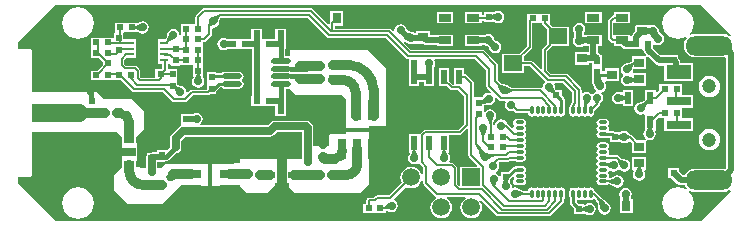
<source format=gtl>
%FSLAX24Y24*%
%MOIN*%
G70*
G01*
G75*
G04 Layer_Physical_Order=1*
G04 Layer_Color=255*
%ADD10C,0.0060*%
%ADD11C,0.0200*%
%ADD12C,0.0100*%
%ADD13C,0.0250*%
%ADD14C,0.0120*%
%ADD15C,0.0330*%
%ADD16R,0.0197X0.0236*%
%ADD17R,0.0315X0.0354*%
%ADD18R,0.0217X0.0472*%
%ADD19R,0.1575X0.1181*%
%ADD20R,0.0236X0.0394*%
%ADD21R,0.0394X0.0394*%
%ADD22R,0.2156X0.2156*%
%ADD23O,0.0118X0.0295*%
%ADD24O,0.0295X0.0118*%
%ADD25O,0.0669X0.0177*%
%ADD26R,0.0354X0.0315*%
%ADD27R,0.0266X0.0098*%
%ADD28R,0.0591X0.0937*%
%ADD29R,0.0512X0.0295*%
%ADD30R,0.0128X0.0197*%
%ADD31R,0.0630X0.0520*%
%ADD32R,0.0709X0.0276*%
%ADD33R,0.0906X0.0276*%
%ADD34R,0.0276X0.0709*%
%ADD35R,0.1600X0.0600*%
%ADD36R,0.0433X0.0256*%
%ADD37R,0.0827X0.0472*%
%ADD38R,0.0827X0.0315*%
%ADD39R,0.0236X0.0197*%
G04:AMPARAMS|DCode=40|XSize=19.7mil|YSize=23.6mil|CornerRadius=0mil|HoleSize=0mil|Usage=FLASHONLY|Rotation=135.000|XOffset=0mil|YOffset=0mil|HoleType=Round|Shape=Rectangle|*
%AMROTATEDRECTD40*
4,1,4,0.0153,0.0014,-0.0014,-0.0153,-0.0153,-0.0014,0.0014,0.0153,0.0153,0.0014,0.0*
%
%ADD40ROTATEDRECTD40*%

%ADD41C,0.0150*%
%ADD42C,0.0290*%
%ADD43R,0.1600X0.1300*%
%ADD44C,0.0591*%
%ADD45C,0.0591*%
%ADD46R,0.0591X0.0591*%
%ADD47C,0.0472*%
%ADD48O,0.1575X0.0650*%
%ADD49C,0.0260*%
G36*
X48751Y26274D02*
X48719Y26236D01*
X48694Y26255D01*
X48600Y26294D01*
X48500Y26307D01*
X47574D01*
X47474Y26294D01*
X47409Y26267D01*
X47379Y26307D01*
X47456Y26407D01*
X47508Y26534D01*
X47526Y26670D01*
X47508Y26806D01*
X47456Y26933D01*
X47372Y27042D01*
X47263Y27126D01*
X47136Y27178D01*
X47000Y27196D01*
X46864Y27178D01*
X46737Y27126D01*
X46628Y27042D01*
X46544Y26933D01*
X46492Y26806D01*
X46474Y26670D01*
X46492Y26534D01*
X46544Y26407D01*
X46628Y26298D01*
X46737Y26214D01*
X46864Y26162D01*
X47000Y26144D01*
X47136Y26162D01*
X47252Y26210D01*
X47282Y26170D01*
X47238Y26113D01*
X47200Y26020D01*
X47186Y25919D01*
X47200Y25819D01*
X47238Y25725D01*
X47300Y25645D01*
X47380Y25583D01*
X47474Y25544D01*
X47574Y25531D01*
X48500D01*
X48549Y25538D01*
X48587Y25505D01*
Y21845D01*
X48549Y21812D01*
X48500Y21819D01*
X47574D01*
X47474Y21806D01*
X47380Y21767D01*
X47300Y21705D01*
X47238Y21625D01*
X47225Y21594D01*
X47159D01*
X47025Y21728D01*
Y21833D01*
X46871D01*
X46847Y21838D01*
X46823Y21833D01*
X46669D01*
Y21517D01*
X46775D01*
X46976Y21316D01*
X46976D01*
X46976Y21316D01*
X46976D01*
X46976Y21316D01*
Y21316D01*
X46976Y21316D01*
Y21316D01*
X47029Y21280D01*
X47091Y21268D01*
X47225D01*
X47238Y21237D01*
X47293Y21165D01*
X47263Y21125D01*
X47136Y21177D01*
X47000Y21195D01*
X46864Y21177D01*
X46737Y21125D01*
X46629Y21041D01*
X46545Y20933D01*
X46493Y20806D01*
X46475Y20670D01*
X46493Y20534D01*
X46545Y20407D01*
X46629Y20299D01*
X46737Y20215D01*
X46864Y20163D01*
X47000Y20145D01*
X47136Y20163D01*
X47263Y20215D01*
X47371Y20299D01*
X47455Y20407D01*
X47507Y20534D01*
X47525Y20670D01*
X47507Y20806D01*
X47455Y20933D01*
X47371Y21041D01*
X47362Y21049D01*
X47387Y21092D01*
X47474Y21056D01*
X47574Y21043D01*
X48500D01*
X48600Y21056D01*
X48694Y21095D01*
X48719Y21114D01*
X48751Y21076D01*
X47762Y20087D01*
X26238D01*
X24992Y21333D01*
Y21533D01*
X25380D01*
X25415Y21540D01*
X25445Y21560D01*
X25465Y21590D01*
X25472Y21625D01*
Y23025D01*
X28300D01*
X28450Y22875D01*
Y21875D01*
X28200Y21615D01*
Y21075D01*
X28650Y20625D01*
X29800D01*
X30400Y21225D01*
X32390D01*
X32600Y21015D01*
X33310D01*
X33520Y21225D01*
X34030Y21215D01*
X34230Y21015D01*
X36400D01*
X36680Y21285D01*
Y23225D01*
X37250D01*
Y25175D01*
X36650Y25775D01*
X34050D01*
Y25583D01*
X34023Y25560D01*
X33891D01*
Y25817D01*
X33931D01*
Y26133D01*
D01*
Y26133D01*
X33931Y26133D01*
Y26167D01*
X33931D01*
Y26483D01*
X33777D01*
X33753Y26488D01*
X33729Y26483D01*
X33575D01*
Y26167D01*
D01*
Y26167D01*
X33547Y26138D01*
X33347D01*
X33323Y26133D01*
X33169D01*
Y26133D01*
X33164D01*
X33131Y26167D01*
Y26167D01*
D01*
Y26483D01*
X32977D01*
X32953Y26488D01*
X32929Y26483D01*
X32775D01*
Y26167D01*
D01*
Y26167D01*
X32747Y26138D01*
X32547D01*
X32523Y26133D01*
X32369D01*
D01*
D01*
X32369Y26133D01*
X32331D01*
Y26133D01*
X32177D01*
X32153Y26138D01*
X31975D01*
X31930Y26168D01*
X31850Y26184D01*
X31770Y26168D01*
X31702Y26123D01*
X31657Y26055D01*
X31641Y25975D01*
X31657Y25895D01*
X31702Y25827D01*
X31770Y25782D01*
X31850Y25766D01*
X31930Y25782D01*
X31975Y25812D01*
X32153D01*
X32177Y25817D01*
X32331D01*
Y25817D01*
X32331D01*
X32331Y25817D01*
X32369D01*
Y25817D01*
X32523D01*
X32547Y25812D01*
X32790D01*
Y24233D01*
X32775D01*
Y23917D01*
X32929D01*
X32953Y23912D01*
X32977Y23917D01*
X33131D01*
Y23917D01*
X33131D01*
X33131Y23917D01*
X33169D01*
Y23917D01*
X33323D01*
X33347Y23912D01*
X33575D01*
Y23883D01*
X33575D01*
Y23567D01*
X33729D01*
X33753Y23562D01*
X33777Y23567D01*
X33931D01*
Y23883D01*
D01*
Y23883D01*
X33931Y23883D01*
Y23917D01*
X33931D01*
Y24233D01*
X33914D01*
Y24490D01*
X34023D01*
X34030Y24491D01*
X34050Y24475D01*
Y24475D01*
X34050Y24475D01*
X34250Y24275D01*
X35800D01*
X35940Y24135D01*
Y22985D01*
X35350D01*
Y22575D01*
X34850D01*
D01*
X34850D01*
X34835Y22590D01*
Y23178D01*
X34821Y23250D01*
X34780Y23312D01*
X34723Y23368D01*
X34662Y23409D01*
X34590Y23424D01*
X33560D01*
X33488Y23409D01*
X33427Y23368D01*
X33322Y23264D01*
X31089D01*
X31074Y23311D01*
X31098Y23327D01*
X31143Y23395D01*
X31159Y23475D01*
X31143Y23555D01*
X31098Y23623D01*
X31030Y23668D01*
X30950Y23684D01*
X30870Y23668D01*
X30825Y23638D01*
X30758D01*
Y23650D01*
X30442D01*
Y23496D01*
X30437Y23472D01*
X30442Y23448D01*
Y23294D01*
X30442Y23294D01*
X30442Y23256D01*
X30442D01*
Y23252D01*
X30428Y23249D01*
X30367Y23208D01*
X30117Y22958D01*
X30076Y22897D01*
X30061Y22825D01*
X30061Y22825D01*
X30061D01*
X30061Y22825D01*
X30061D01*
Y22531D01*
X29964Y22434D01*
X29958Y22436D01*
Y22436D01*
X29958Y22436D01*
X29642D01*
Y22368D01*
X29487D01*
X29424Y22356D01*
X29416Y22350D01*
X29378Y22342D01*
X29369Y22336D01*
X29282D01*
Y22249D01*
X29276Y22240D01*
X29261Y22168D01*
Y21825D01*
X29200D01*
X28950Y21875D01*
Y22875D01*
X29200Y23125D01*
Y23725D01*
X28800Y24125D01*
X27850D01*
X27600Y24375D01*
X25472D01*
Y25725D01*
X25465Y25760D01*
X25445Y25790D01*
X25415Y25810D01*
X25380Y25817D01*
X24992D01*
Y26017D01*
X26238Y27263D01*
X47762D01*
X48751Y26274D01*
D02*
G37*
G36*
X34458Y22135D02*
X32330D01*
X32170Y21975D01*
X29900D01*
X29750Y21825D01*
X29639D01*
Y22042D01*
X29787D01*
X29849Y22054D01*
X29888Y22080D01*
X29958D01*
Y22084D01*
X29996Y22091D01*
X30040Y22121D01*
X30258Y22338D01*
X30322Y22351D01*
X30383Y22392D01*
X30424Y22453D01*
X30439Y22525D01*
Y22747D01*
X30578Y22886D01*
X33400D01*
X33472Y22901D01*
X33533Y22942D01*
X33638Y23046D01*
X34458D01*
Y22135D01*
D02*
G37*
%LPC*%
G36*
X27000Y21200D02*
X26864Y21182D01*
X26738Y21130D01*
X26629Y21046D01*
X26545Y20937D01*
X26493Y20811D01*
X26475Y20675D01*
X26493Y20539D01*
X26545Y20413D01*
X26629Y20304D01*
X26738Y20220D01*
X26864Y20168D01*
X27000Y20150D01*
X27136Y20168D01*
X27262Y20220D01*
X27371Y20304D01*
X27455Y20413D01*
X27507Y20539D01*
X27525Y20675D01*
X27507Y20811D01*
X27455Y20937D01*
X27371Y21046D01*
X27262Y21130D01*
X27136Y21182D01*
X27000Y21200D01*
D02*
G37*
G36*
X48037Y23148D02*
X47944Y23135D01*
X47858Y23100D01*
X47784Y23043D01*
X47727Y22968D01*
X47691Y22882D01*
X47679Y22789D01*
X47691Y22696D01*
X47727Y22610D01*
X47784Y22536D01*
X47858Y22479D01*
X47944Y22443D01*
X48037Y22431D01*
X48130Y22443D01*
X48216Y22479D01*
X48290Y22536D01*
X48347Y22610D01*
X48383Y22696D01*
X48395Y22789D01*
X48383Y22882D01*
X48347Y22968D01*
X48290Y23043D01*
X48216Y23100D01*
X48130Y23135D01*
X48037Y23148D01*
D02*
G37*
G36*
Y24919D02*
X47944Y24907D01*
X47858Y24871D01*
X47784Y24814D01*
X47727Y24740D01*
X47691Y24654D01*
X47679Y24561D01*
X47691Y24468D01*
X47727Y24382D01*
X47784Y24307D01*
X47858Y24251D01*
X47944Y24215D01*
X48037Y24202D01*
X48130Y24215D01*
X48216Y24251D01*
X48290Y24307D01*
X48347Y24382D01*
X48383Y24468D01*
X48395Y24561D01*
X48383Y24654D01*
X48347Y24740D01*
X48290Y24814D01*
X48216Y24871D01*
X48130Y24907D01*
X48037Y24919D01*
D02*
G37*
G36*
X44576Y22693D02*
X44399D01*
X44353Y22684D01*
X44313Y22658D01*
X44287Y22618D01*
X44278Y22572D01*
X44287Y22525D01*
X44313Y22486D01*
Y22461D01*
X44287Y22421D01*
X44278Y22375D01*
X44287Y22329D01*
X44313Y22289D01*
Y22264D01*
X44287Y22225D01*
X44278Y22178D01*
X44287Y22132D01*
X44313Y22092D01*
Y22067D01*
X44287Y22028D01*
X44278Y21981D01*
X44287Y21935D01*
X44313Y21895D01*
Y21870D01*
X44287Y21831D01*
X44278Y21784D01*
X44287Y21738D01*
X44313Y21699D01*
Y21673D01*
X44287Y21634D01*
X44278Y21588D01*
X44287Y21541D01*
X44313Y21502D01*
Y21477D01*
X44287Y21437D01*
X44278Y21391D01*
X44287Y21344D01*
X44313Y21305D01*
X44353Y21279D01*
X44399Y21269D01*
X44576D01*
X44623Y21279D01*
X44653Y21299D01*
X44698D01*
Y21298D01*
X44703Y21298D01*
X44769Y21285D01*
X44824Y21248D01*
X44828Y21243D01*
X44896Y21198D01*
X44976Y21182D01*
X45056Y21198D01*
X45124Y21243D01*
X45169Y21311D01*
X45185Y21391D01*
X45169Y21471D01*
X45124Y21539D01*
X45056Y21584D01*
X44976Y21600D01*
X44896Y21584D01*
X44828Y21539D01*
X44824Y21533D01*
X44769Y21496D01*
X44706Y21484D01*
X44691Y21505D01*
X44680Y21529D01*
X44689Y21541D01*
X44698Y21588D01*
X44689Y21634D01*
X44662Y21673D01*
Y21699D01*
X44689Y21738D01*
X44689Y21738D01*
Y21738D01*
X44702Y21777D01*
Y21777D01*
Y21777D01*
X44770Y21732D01*
X44850Y21716D01*
X44930Y21732D01*
X44998Y21777D01*
X45000Y21781D01*
X45050D01*
X45052Y21777D01*
X45120Y21732D01*
X45200Y21716D01*
X45280Y21732D01*
X45348Y21777D01*
X45393Y21845D01*
X45409Y21925D01*
X45393Y22005D01*
X45348Y22073D01*
X45280Y22118D01*
X45200Y22134D01*
X45193Y22133D01*
X45129Y22146D01*
X45073Y22183D01*
X45070Y22187D01*
X45069Y22186D01*
X45069Y22186D01*
X45012Y22243D01*
X44982Y22263D01*
X44947Y22270D01*
X44702D01*
X44679Y22314D01*
X44689Y22329D01*
X44698Y22375D01*
X44689Y22421D01*
X44662Y22461D01*
Y22486D01*
X44689Y22525D01*
X44698Y22572D01*
X44689Y22618D01*
X44662Y22658D01*
X44623Y22684D01*
X44576Y22693D01*
D02*
G37*
G36*
X44084Y21197D02*
X44038Y21188D01*
X43998Y21162D01*
X43973D01*
X43934Y21188D01*
X43887Y21197D01*
X43841Y21188D01*
X43802Y21162D01*
X43776D01*
X43737Y21188D01*
X43691Y21197D01*
X43644Y21188D01*
X43605Y21162D01*
X43580D01*
X43540Y21188D01*
X43494Y21197D01*
X43447Y21188D01*
X43408Y21162D01*
X43382Y21122D01*
X43372Y21076D01*
Y20899D01*
X43382Y20852D01*
Y20678D01*
X43382Y20678D01*
X43390Y20635D01*
X43414Y20599D01*
X43519Y20494D01*
Y20317D01*
X43875D01*
X43875Y20317D01*
Y20317D01*
X43899Y20329D01*
X43899Y20329D01*
Y20329D01*
X43900Y20328D01*
Y20329D01*
X43902Y20327D01*
X43902Y20327D01*
X43902Y20327D01*
D01*
X43970Y20282D01*
X44050Y20266D01*
X44130Y20282D01*
X44198Y20327D01*
X44243Y20395D01*
X44259Y20475D01*
X44243Y20555D01*
X44198Y20623D01*
X44130Y20668D01*
X44050Y20684D01*
X43970Y20668D01*
X43902Y20623D01*
X43902Y20623D01*
X43902Y20623D01*
X43902Y20623D01*
X43900Y20622D01*
Y20622D01*
X43899Y20621D01*
X43899Y20621D01*
X43899Y20621D01*
X43875Y20633D01*
Y20633D01*
X43875Y20633D01*
X43697D01*
X43616Y20715D01*
X43618Y20765D01*
X43645Y20786D01*
X43691Y20777D01*
X43737Y20786D01*
X43776Y20813D01*
X43802D01*
X43841Y20786D01*
X43887Y20777D01*
X43934Y20786D01*
X43973Y20813D01*
X43998D01*
X44038Y20786D01*
X44084Y20777D01*
X44131Y20786D01*
X44170Y20813D01*
X44172Y20816D01*
X44222Y20817D01*
X44277Y20745D01*
X44327Y20625D01*
X44343Y20505D01*
X44341Y20495D01*
X44357Y20415D01*
X44402Y20347D01*
X44470Y20302D01*
X44550Y20286D01*
X44630Y20302D01*
X44698Y20347D01*
X44743Y20415D01*
X44759Y20495D01*
X44743Y20575D01*
X44698Y20643D01*
X44630Y20688D01*
X44613Y20691D01*
X44540Y20765D01*
X44533Y20774D01*
X44531Y20773D01*
X44531Y20773D01*
X44444Y20860D01*
X44431Y20878D01*
X44429Y20876D01*
X44338Y20967D01*
X44328Y20979D01*
X44327Y20978D01*
X44253Y21052D01*
X44223Y21072D01*
X44206Y21075D01*
Y21076D01*
X44196Y21122D01*
X44170Y21162D01*
X44131Y21188D01*
X44084Y21197D01*
D02*
G37*
G36*
X45937Y22217D02*
X45463D01*
Y21782D01*
X45505D01*
X45529Y21738D01*
X45507Y21705D01*
X45491Y21625D01*
X45507Y21545D01*
X45552Y21477D01*
X45620Y21432D01*
X45700Y21416D01*
X45780Y21432D01*
X45848Y21477D01*
X45893Y21545D01*
X45909Y21625D01*
X45893Y21705D01*
X45871Y21738D01*
X45895Y21782D01*
X45937D01*
Y22217D01*
D02*
G37*
G36*
X45250Y21174D02*
X45170Y21158D01*
X45102Y21113D01*
X45057Y21045D01*
X45041Y20965D01*
X45057Y20885D01*
X45057Y20885D01*
X45057Y20885D01*
X45057Y20812D01*
X45057Y20812D01*
X45057Y20812D01*
Y20338D01*
X45492D01*
Y20812D01*
X45438D01*
Y20877D01*
X45443Y20885D01*
X45459Y20965D01*
X45443Y21045D01*
X45398Y21113D01*
X45330Y21158D01*
X45250Y21174D01*
D02*
G37*
G36*
X46769Y24633D02*
X46740Y24633D01*
X46731D01*
Y24633D01*
X46731D01*
X46731D01*
X46375D01*
Y24427D01*
X46298Y24350D01*
X46252Y24369D01*
Y24426D01*
X45896D01*
Y24123D01*
X45894Y24121D01*
X45894Y24121D01*
X45886Y24110D01*
X45848Y24072D01*
X45847Y24073D01*
X45803Y24043D01*
X45754Y24033D01*
X45750Y24034D01*
X45670Y24018D01*
X45602Y23973D01*
X45557Y23905D01*
X45541Y23825D01*
X45557Y23745D01*
X45602Y23677D01*
X45670Y23632D01*
X45750Y23616D01*
X45830Y23632D01*
X45852Y23646D01*
X45872Y23636D01*
X45872Y23636D01*
X45896Y23623D01*
D01*
Y23124D01*
X45896D01*
X45896Y23113D01*
X45857Y23055D01*
X45841Y22975D01*
X45857Y22895D01*
X45902Y22827D01*
X45919Y22816D01*
X45907Y22777D01*
D01*
X45905Y22768D01*
X45612D01*
X45444Y22937D01*
X45414Y22957D01*
X45405Y22958D01*
X45392Y22961D01*
X45391Y22963D01*
X45386Y22965D01*
X45348Y23023D01*
X45280Y23068D01*
X45200Y23084D01*
X45120Y23068D01*
X45078Y23040D01*
X45058Y23050D01*
Y23050D01*
X45058Y23050D01*
X44878D01*
X44849Y23069D01*
X44806Y23078D01*
X44806Y23078D01*
X44720D01*
X44689Y23116D01*
X44698Y23162D01*
X44689Y23209D01*
X44662Y23248D01*
Y23273D01*
X44689Y23313D01*
X44698Y23359D01*
X44689Y23406D01*
X44662Y23445D01*
X44623Y23471D01*
X44576Y23481D01*
X44399D01*
X44353Y23471D01*
X44313Y23445D01*
X44287Y23406D01*
X44278Y23359D01*
X44287Y23313D01*
X44313Y23273D01*
Y23248D01*
X44287Y23209D01*
X44278Y23162D01*
X44287Y23116D01*
X44313Y23077D01*
Y23051D01*
X44287Y23012D01*
X44278Y22966D01*
X44287Y22919D01*
X44313Y22880D01*
X44353Y22853D01*
X44399Y22844D01*
X44576D01*
X44623Y22853D01*
X44742D01*
Y22694D01*
X45058D01*
X45058Y22694D01*
Y22694D01*
X45083Y22707D01*
X45120Y22682D01*
X45200Y22666D01*
X45280Y22682D01*
X45348Y22727D01*
X45390Y22731D01*
X45463Y22658D01*
Y22333D01*
X45937D01*
Y22733D01*
X45943Y22742D01*
X45943D01*
X45953Y22756D01*
D01*
X45961Y22769D01*
X45976Y22781D01*
X46050Y22766D01*
X46130Y22782D01*
X46198Y22827D01*
X46243Y22895D01*
X46259Y22975D01*
X46243Y23055D01*
X46226Y23080D01*
X46250Y23124D01*
X46252D01*
Y23430D01*
X46353Y23531D01*
X46375Y23522D01*
Y23522D01*
X46375Y23522D01*
X46540D01*
Y23522D01*
Y23499D01*
X46540Y23486D01*
X46540Y23486D01*
X46540D01*
Y23064D01*
X47487D01*
Y23499D01*
X47125D01*
Y23522D01*
X47125D01*
Y23816D01*
X47125Y23816D01*
D01*
D01*
X47125Y23838D01*
D01*
X47138Y23851D01*
X47487D01*
Y24286D01*
X47125D01*
Y24317D01*
X47125D01*
Y24633D01*
X46769D01*
Y24633D01*
D02*
G37*
G36*
X39504Y27037D02*
X38951D01*
Y26661D01*
X39504D01*
Y27037D01*
D02*
G37*
G36*
X40674Y26310D02*
X40594Y26294D01*
X40549Y26264D01*
X40449D01*
Y26289D01*
X39896D01*
Y25913D01*
X40449D01*
Y25938D01*
X40549D01*
X40594Y25908D01*
X40647Y25897D01*
X40696Y25848D01*
X40707Y25795D01*
X40752Y25727D01*
X40820Y25682D01*
X40900Y25666D01*
X40980Y25682D01*
X41048Y25727D01*
X41093Y25795D01*
X41109Y25875D01*
X41093Y25955D01*
X41048Y26023D01*
X40980Y26068D01*
X40927Y26079D01*
X40878Y26128D01*
X40867Y26181D01*
X40822Y26249D01*
X40754Y26294D01*
X40674Y26310D01*
D02*
G37*
G36*
X41000Y27084D02*
X40920Y27068D01*
X40878Y27040D01*
X40858Y27050D01*
Y27050D01*
X40858Y27050D01*
X40542D01*
Y26941D01*
X40449D01*
Y27037D01*
X39896D01*
Y26661D01*
X40449D01*
Y26757D01*
X40542D01*
Y26694D01*
X40858D01*
X40858Y26694D01*
Y26694D01*
X40883Y26707D01*
X40920Y26682D01*
X41000Y26666D01*
X41080Y26682D01*
X41148Y26727D01*
X41193Y26795D01*
X41209Y26875D01*
X41193Y26955D01*
X41148Y27023D01*
X41080Y27068D01*
X41000Y27084D01*
D02*
G37*
G36*
X44454Y27037D02*
X43901D01*
Y26661D01*
X44454D01*
Y27037D01*
D02*
G37*
G36*
X27000Y27203D02*
X26863Y27185D01*
X26736Y27132D01*
X26627Y27048D01*
X26543Y26939D01*
X26490Y26812D01*
X26472Y26675D01*
X26490Y26538D01*
X26543Y26411D01*
X26627Y26302D01*
X26736Y26218D01*
X26863Y26165D01*
X27000Y26147D01*
X27137Y26165D01*
X27264Y26218D01*
X27373Y26302D01*
X27457Y26411D01*
X27510Y26538D01*
X27528Y26675D01*
X27510Y26812D01*
X27457Y26939D01*
X27373Y27048D01*
X27264Y27132D01*
X27137Y27185D01*
X27000Y27203D01*
D02*
G37*
G36*
X45504Y24426D02*
X45148D01*
Y24376D01*
X45104Y24352D01*
X45080Y24368D01*
X45000Y24384D01*
X44920Y24368D01*
X44852Y24323D01*
X44807Y24255D01*
X44791Y24175D01*
X44807Y24095D01*
X44852Y24027D01*
X44920Y23982D01*
X45000Y23966D01*
X45080Y23982D01*
X45104Y23998D01*
X45148Y23974D01*
Y23912D01*
X45504D01*
Y24426D01*
D02*
G37*
G36*
X34750Y27167D02*
X31200D01*
X31171Y27161D01*
X31165Y27160D01*
X31135Y27140D01*
X30932Y26937D01*
X30912Y26907D01*
X30905Y26872D01*
Y26633D01*
X30819D01*
D01*
D01*
X30819Y26633D01*
X30781D01*
Y26633D01*
X30425D01*
Y26317D01*
X30425D01*
Y26289D01*
X30375Y26284D01*
X30363Y26345D01*
X30318Y26413D01*
X30250Y26458D01*
X30170Y26474D01*
X30090Y26458D01*
X30022Y26413D01*
X29977Y26345D01*
X29961Y26265D01*
X29962Y26258D01*
X29949Y26192D01*
X29912Y26137D01*
X29912Y26136D01*
X29912Y26136D01*
X29909Y26131D01*
X29907Y26129D01*
X29662D01*
Y25911D01*
Y25714D01*
Y25539D01*
X29662D01*
Y25321D01*
X29802D01*
Y25160D01*
X29776Y25133D01*
X29569D01*
Y24857D01*
X29088D01*
X29072Y24873D01*
Y25086D01*
X29066Y25115D01*
X29065Y25121D01*
X29045Y25151D01*
X28967Y25228D01*
X28937Y25248D01*
X28902Y25255D01*
X28600D01*
X28542Y25313D01*
Y25437D01*
X28622Y25517D01*
X28938D01*
Y25714D01*
Y25911D01*
Y26129D01*
X28552D01*
Y26129D01*
X28544D01*
X28508Y26165D01*
Y26340D01*
D01*
Y26340D01*
X28535Y26367D01*
X28581D01*
Y26367D01*
X28581D01*
X28581Y26367D01*
X28619D01*
Y26367D01*
X28975D01*
Y26367D01*
X28983Y26372D01*
X29002Y26377D01*
Y26377D01*
D01*
X29070Y26332D01*
X29150Y26316D01*
X29230Y26332D01*
X29298Y26377D01*
X29343Y26445D01*
X29359Y26525D01*
X29343Y26605D01*
X29298Y26673D01*
X29230Y26718D01*
X29150Y26734D01*
X29070Y26718D01*
X29002Y26673D01*
X29002D01*
X29002Y26673D01*
X29002D01*
X28983Y26678D01*
X28975Y26683D01*
Y26683D01*
X28619D01*
D01*
D01*
X28619Y26683D01*
X28581D01*
Y26683D01*
X28225D01*
Y26367D01*
D01*
Y26367D01*
X28198Y26340D01*
X28192D01*
Y26183D01*
X28175D01*
Y26183D01*
X27819D01*
D01*
D01*
X27819Y26183D01*
X27781D01*
Y26183D01*
X27425D01*
Y25867D01*
X27425Y25867D01*
X27425Y25833D01*
X27425D01*
Y25517D01*
X27675D01*
X27819Y25373D01*
Y25277D01*
X27626Y25083D01*
X27425D01*
Y24767D01*
X27781D01*
Y24767D01*
X27781D01*
X27781Y24767D01*
X27819D01*
Y24767D01*
X28175D01*
Y24767D01*
X28175D01*
X28175Y24767D01*
X28175Y24767D01*
Y24767D01*
D01*
X28429D01*
X28785Y24410D01*
X28785D01*
X28785Y24410D01*
X28785Y24410D01*
Y24410D01*
X28815Y24390D01*
X28850Y24383D01*
X29812D01*
X30135Y24060D01*
X30135D01*
X30135Y24060D01*
X30135Y24060D01*
Y24060D01*
X30165Y24040D01*
X30200Y24033D01*
X30550D01*
X30585Y24040D01*
X30615Y24060D01*
X30828Y24273D01*
X31337D01*
X31372Y24280D01*
X31402Y24300D01*
X31608D01*
Y24395D01*
X31615Y24399D01*
X31745Y24529D01*
X31778D01*
X31819Y24501D01*
X31877Y24490D01*
X32369D01*
X32427Y24501D01*
X32476Y24534D01*
X32509Y24583D01*
X32521Y24641D01*
X32509Y24699D01*
X32476Y24748D01*
X32476D01*
Y24790D01*
X32509Y24839D01*
X32521Y24897D01*
X32509Y24955D01*
X32476Y25004D01*
X32427Y25037D01*
X32369Y25049D01*
X31877D01*
X31819Y25037D01*
X31778Y25009D01*
X31608D01*
Y25050D01*
X31292D01*
Y24694D01*
X31292Y24694D01*
X31292Y24656D01*
X31292D01*
Y24457D01*
X30790D01*
X30761Y24451D01*
X30755Y24450D01*
X30725Y24430D01*
X30657Y24361D01*
X30609Y24376D01*
X30593Y24455D01*
X30548Y24523D01*
X30480Y24568D01*
X30400Y24584D01*
X30397Y24583D01*
X30355Y24592D01*
X30318Y24617D01*
X30318Y24617D01*
X30317Y24616D01*
X30317Y24616D01*
X30308Y24625D01*
Y24756D01*
D01*
Y24756D01*
X30308Y24756D01*
Y24794D01*
X30308D01*
Y25150D01*
X29992D01*
D01*
X29992D01*
X29985Y25156D01*
Y25321D01*
X30048D01*
Y25321D01*
X30056D01*
X30092Y25285D01*
Y25250D01*
X30408D01*
Y25267D01*
X30425D01*
Y25267D01*
X30781D01*
Y25267D01*
X30819D01*
X30819Y25233D01*
X30819D01*
Y24917D01*
X30823D01*
X30850Y24876D01*
X30852Y24872D01*
X30807Y24805D01*
X30791Y24725D01*
X30807Y24645D01*
X30852Y24577D01*
X30920Y24532D01*
X31000Y24516D01*
X31080Y24532D01*
X31148Y24577D01*
X31193Y24645D01*
X31209Y24725D01*
X31193Y24805D01*
X31148Y24872D01*
X31172Y24917D01*
X31175D01*
Y25233D01*
D01*
Y25233D01*
X31175Y25233D01*
X31175Y25267D01*
X31175D01*
Y25583D01*
D01*
Y25583D01*
X31175Y25583D01*
X31175Y25617D01*
X31175D01*
Y25931D01*
X31175Y25931D01*
D01*
D01*
X31175Y25933D01*
X31175Y25942D01*
Y25967D01*
X31175Y25968D01*
X31175Y25969D01*
X31175Y25969D01*
X31175D01*
Y26033D01*
X31200D01*
X31235Y26040D01*
X31265Y26060D01*
X31435Y26230D01*
X31455Y26260D01*
X31462Y26295D01*
Y26485D01*
X31500Y26516D01*
X31580Y26532D01*
X31648Y26577D01*
X31693Y26645D01*
X31709Y26725D01*
X31708Y26732D01*
X31721Y26796D01*
X31745Y26833D01*
X34662D01*
X35285Y26210D01*
X35315Y26190D01*
X35350Y26183D01*
X37262D01*
X37935Y25510D01*
X37965Y25490D01*
X37971Y25489D01*
X38000Y25483D01*
X38019D01*
Y25167D01*
X38032D01*
Y24579D01*
X38368D01*
Y24712D01*
X38532D01*
Y24579D01*
X38868D01*
Y25171D01*
X38863D01*
Y25210D01*
X38893Y25255D01*
X38909Y25335D01*
X38893Y25415D01*
X38877Y25439D01*
X38901Y25483D01*
X40212D01*
X40608Y25087D01*
Y24575D01*
X40615Y24540D01*
X40635Y24510D01*
X40755Y24390D01*
X40732Y24346D01*
X40690Y24354D01*
X40610Y24338D01*
X40542Y24293D01*
X40497Y24225D01*
X40494Y24212D01*
X40492Y24211D01*
X40492D01*
X40490Y24201D01*
X40489Y24200D01*
X40227D01*
X40227Y24200D01*
Y24200D01*
X40202Y24200D01*
X40192Y24210D01*
Y24675D01*
X40185Y24710D01*
X40165Y24740D01*
X39965Y24940D01*
X39935Y24960D01*
X39900Y24967D01*
X39868D01*
Y25171D01*
X39532D01*
Y24638D01*
X39486Y24619D01*
X39368Y24737D01*
Y25171D01*
X39032D01*
Y24579D01*
X39266D01*
X39385Y24460D01*
X39415Y24440D01*
X39421Y24439D01*
X39450Y24433D01*
X39657D01*
X39858Y24232D01*
Y23301D01*
X39674Y23117D01*
X38550D01*
X38521Y23111D01*
X38515Y23110D01*
X38485Y23090D01*
X38385Y22990D01*
X38366Y22961D01*
X38032D01*
Y22368D01*
X38032D01*
X38057Y22329D01*
X38056Y22328D01*
Y22328D01*
X38055Y22326D01*
X38055D01*
X38052Y22323D01*
X38052Y22323D01*
X38052Y22323D01*
D01*
X38007Y22255D01*
X37991Y22175D01*
X38007Y22095D01*
X38052Y22027D01*
X38120Y21982D01*
X38200Y21966D01*
X38280Y21982D01*
X38316Y22006D01*
X38364Y21992D01*
X38365Y21990D01*
Y21990D01*
X38365Y21990D01*
X38385Y21960D01*
X38508Y21837D01*
Y21528D01*
X38458Y21525D01*
X38458D01*
X38446Y21618D01*
X38410Y21704D01*
X38353Y21778D01*
X38279Y21835D01*
X38193Y21871D01*
X38100Y21883D01*
X38007Y21871D01*
X37921Y21835D01*
X37847Y21778D01*
X37790Y21704D01*
X37754Y21618D01*
X37742Y21525D01*
X37754Y21432D01*
X37790Y21346D01*
X37790Y21345D01*
X37372Y20927D01*
X36970D01*
X36935Y20920D01*
X36905Y20900D01*
X36862Y20857D01*
X36710D01*
X36681Y20851D01*
X36675Y20850D01*
X36645Y20830D01*
X36630Y20815D01*
X36610Y20785D01*
X36603Y20750D01*
Y20653D01*
X36505D01*
Y20337D01*
X36861D01*
Y20337D01*
X36861D01*
X36861Y20337D01*
X36899D01*
Y20337D01*
X37255D01*
Y20403D01*
X37328D01*
Y20401D01*
X37341Y20403D01*
X37343D01*
X37370Y20385D01*
X37450Y20369D01*
X37530Y20385D01*
X37598Y20430D01*
X37643Y20498D01*
X37659Y20578D01*
X37643Y20658D01*
X37598Y20726D01*
X37530Y20771D01*
X37526Y20821D01*
X37920Y21215D01*
X37921Y21215D01*
X38007Y21179D01*
X38100Y21167D01*
X38193Y21179D01*
X38279Y21215D01*
X38353Y21272D01*
X38410Y21346D01*
X38446Y21432D01*
X38458Y21525D01*
D01*
D01*
X38458Y21525D01*
X38507Y21522D01*
X38508Y21522D01*
Y21325D01*
X38508Y21325D01*
X38508D01*
X38515Y21290D01*
X38535Y21260D01*
X38885Y20910D01*
X38915Y20890D01*
X38924Y20888D01*
X38929Y20839D01*
X38921Y20835D01*
X38847Y20778D01*
X38790Y20704D01*
X38754Y20618D01*
X38742Y20525D01*
X38754Y20432D01*
X38790Y20346D01*
X38847Y20272D01*
X38921Y20215D01*
X39007Y20179D01*
X39100Y20167D01*
X39193Y20179D01*
X39279Y20215D01*
X39353Y20272D01*
X39410Y20346D01*
X39446Y20432D01*
X39458Y20525D01*
X39446Y20618D01*
X39410Y20704D01*
X39353Y20778D01*
X39279Y20835D01*
X39299Y20883D01*
X39901D01*
X39921Y20835D01*
X39847Y20778D01*
X39790Y20704D01*
X39754Y20618D01*
X39742Y20525D01*
X39754Y20432D01*
X39790Y20346D01*
X39847Y20272D01*
X39921Y20215D01*
X40007Y20179D01*
X40100Y20167D01*
X40193Y20179D01*
X40279Y20215D01*
X40353Y20272D01*
X40410Y20346D01*
X40446Y20432D01*
X40458Y20525D01*
X40446Y20618D01*
X40410Y20704D01*
X40377Y20748D01*
X40414Y20781D01*
X40935Y20260D01*
X40935Y20260D01*
X40935Y20260D01*
Y20260D01*
X40935Y20260D01*
Y20260D01*
X40965Y20240D01*
X41000Y20233D01*
X42700D01*
X42735Y20240D01*
X42765Y20260D01*
X43165Y20660D01*
X43185Y20690D01*
X43186Y20696D01*
X43192Y20725D01*
Y20822D01*
X43212Y20852D01*
X43221Y20899D01*
Y21076D01*
X43212Y21122D01*
X43186Y21162D01*
X43146Y21188D01*
X43100Y21197D01*
X43054Y21188D01*
X43014Y21162D01*
X42989D01*
X42950Y21188D01*
X42903Y21197D01*
X42857Y21188D01*
X42817Y21162D01*
X42792D01*
X42753Y21188D01*
X42706Y21197D01*
X42660Y21188D01*
X42620Y21162D01*
X42595D01*
X42556Y21188D01*
X42509Y21197D01*
X42463Y21188D01*
X42424Y21162D01*
X42398D01*
X42359Y21188D01*
X42313Y21197D01*
X42266Y21188D01*
X42227Y21162D01*
X42202D01*
X42162Y21188D01*
X42116Y21197D01*
X42069Y21188D01*
X42030Y21162D01*
X42004Y21122D01*
X41995Y21079D01*
X41840D01*
Y21080D01*
X41835Y21080D01*
X41769Y21093D01*
X41714Y21129D01*
X41710Y21135D01*
X41642Y21180D01*
X41562Y21196D01*
X41493Y21182D01*
X41458Y21218D01*
X41459Y21225D01*
X41443Y21305D01*
X41408Y21357D01*
Y21475D01*
X41469Y21535D01*
X41519Y21530D01*
X41538Y21502D01*
Y21477D01*
X41511Y21437D01*
X41502Y21391D01*
X41511Y21344D01*
X41538Y21305D01*
X41577Y21279D01*
X41624Y21269D01*
X41801D01*
X41847Y21279D01*
X41887Y21305D01*
X41913Y21344D01*
X41922Y21391D01*
X41913Y21437D01*
X41887Y21477D01*
Y21502D01*
X41913Y21541D01*
X41922Y21588D01*
X41913Y21634D01*
X41887Y21673D01*
Y21699D01*
X41913Y21738D01*
X41922Y21784D01*
X41913Y21831D01*
X41887Y21870D01*
X41847Y21897D01*
X41801Y21906D01*
X41624D01*
X41577Y21897D01*
X41559D01*
X41559Y21897D01*
X41517Y21888D01*
X41480Y21864D01*
X41323Y21706D01*
X41092D01*
Y21565D01*
X41043Y21555D01*
X40998Y21623D01*
X40930Y21668D01*
X40926Y21669D01*
X40916Y21718D01*
X40983Y21762D01*
X41028Y21830D01*
X41044Y21910D01*
X41028Y21990D01*
X41015Y22009D01*
X41039Y22053D01*
X41320D01*
X41355Y22060D01*
X41385Y22080D01*
X41385Y22080D01*
X41385Y22080D01*
X41388Y22083D01*
X41551D01*
X41577Y22066D01*
X41624Y22057D01*
X41801D01*
X41847Y22066D01*
X41887Y22092D01*
X41913Y22132D01*
X41922Y22178D01*
X41913Y22225D01*
X41887Y22264D01*
Y22289D01*
X41913Y22329D01*
X41922Y22375D01*
X41913Y22421D01*
X41887Y22461D01*
Y22486D01*
X41913Y22525D01*
X41922Y22572D01*
X41913Y22618D01*
X41887Y22658D01*
Y22683D01*
X41913Y22722D01*
X41922Y22769D01*
X41913Y22815D01*
X41887Y22855D01*
Y22880D01*
X41913Y22919D01*
X41922Y22966D01*
X41913Y23012D01*
X41887Y23051D01*
Y23077D01*
X41913Y23116D01*
X41922Y23162D01*
X41913Y23209D01*
X41887Y23248D01*
Y23273D01*
X41913Y23313D01*
X41922Y23359D01*
X41913Y23406D01*
X41887Y23445D01*
X41847Y23471D01*
X41801Y23481D01*
X41624D01*
X41577Y23471D01*
X41538Y23445D01*
X41511Y23406D01*
X41502Y23359D01*
X41511Y23313D01*
X41538Y23273D01*
Y23248D01*
X41511Y23209D01*
X41508Y23190D01*
X41460Y23175D01*
X41315Y23320D01*
X41293Y23334D01*
X41293Y23335D01*
X41248Y23403D01*
X41180Y23448D01*
X41100Y23464D01*
X41020Y23448D01*
X40952Y23403D01*
X40907Y23335D01*
X40895Y23275D01*
X40871Y23276D01*
D01*
D01*
X40871D01*
Y23276D01*
X40845Y23278D01*
Y23373D01*
X40846D01*
X40854Y23414D01*
X40876Y23446D01*
X40878Y23447D01*
X40923Y23515D01*
X40939Y23595D01*
X40923Y23675D01*
X40878Y23743D01*
X40810Y23788D01*
X40730Y23804D01*
X40650Y23788D01*
X40582Y23743D01*
X40566Y23719D01*
X40518Y23733D01*
Y23806D01*
D01*
Y23806D01*
X40518Y23806D01*
Y23844D01*
X40518D01*
Y23930D01*
X40526D01*
Y23930D01*
X40530Y23930D01*
X40567D01*
X40602Y23937D01*
X40618Y23948D01*
X40619Y23947D01*
X40624Y23949D01*
X40690Y23936D01*
X40770Y23952D01*
X40838Y23997D01*
X40883Y24065D01*
X40899Y24145D01*
X40891Y24187D01*
X40935Y24210D01*
X41035Y24110D01*
X41065Y24090D01*
X41071Y24089D01*
X41100Y24083D01*
X41231D01*
X41255Y24039D01*
X41242Y24020D01*
X41226Y23940D01*
X41242Y23860D01*
X41287Y23792D01*
X41355Y23747D01*
X41435Y23731D01*
X41501Y23744D01*
X41547Y23698D01*
X41577Y23678D01*
X41583Y23677D01*
X41612Y23671D01*
X41995D01*
X42004Y23628D01*
X42030Y23588D01*
X42069Y23562D01*
X42116Y23553D01*
X42162Y23562D01*
X42202Y23588D01*
X42227D01*
X42266Y23562D01*
X42313Y23553D01*
X42359Y23562D01*
X42398Y23588D01*
X42424D01*
X42463Y23562D01*
X42509Y23553D01*
X42556Y23562D01*
X42595Y23588D01*
X42620D01*
X42660Y23562D01*
X42706Y23553D01*
X42753Y23562D01*
X42792Y23588D01*
X42817D01*
X42857Y23562D01*
X42903Y23553D01*
X42950Y23562D01*
X42989Y23588D01*
X43014D01*
X43054Y23562D01*
X43100Y23553D01*
X43146Y23562D01*
X43186Y23588D01*
X43212Y23628D01*
X43221Y23674D01*
Y23851D01*
X43212Y23898D01*
Y24118D01*
X43204Y24161D01*
X43179Y24197D01*
X43179Y24197D01*
X43121Y24255D01*
Y24433D01*
X42943D01*
X42935Y24442D01*
X42935Y24443D01*
X42935Y24443D01*
D01*
D01*
D01*
D01*
D01*
X42935D01*
X42935Y24443D01*
X42935Y24443D01*
X42935Y24443D01*
X42935Y24443D01*
X42935Y24443D01*
X42935D01*
D01*
Y24443D01*
D01*
X42935Y24443D01*
X42935Y24443D01*
D01*
X42910Y24480D01*
X42902Y24522D01*
X42902Y24525D01*
X42886Y24605D01*
X42863Y24639D01*
X42887Y24683D01*
X43162D01*
X43478Y24367D01*
Y24033D01*
X43429Y23984D01*
X43409Y23954D01*
X43405Y23932D01*
X43382Y23898D01*
X43372Y23851D01*
Y23674D01*
X43382Y23628D01*
X43408Y23588D01*
X43447Y23562D01*
X43494Y23553D01*
X43540Y23562D01*
X43580Y23588D01*
X43605D01*
X43644Y23562D01*
X43691Y23553D01*
X43737Y23562D01*
X43776Y23588D01*
X43802D01*
X43841Y23562D01*
X43887Y23553D01*
X43934Y23562D01*
X43973Y23588D01*
X43998D01*
X44038Y23562D01*
X44084Y23553D01*
X44131Y23562D01*
X44170Y23588D01*
X44196Y23628D01*
X44206Y23674D01*
Y23754D01*
X44365Y23914D01*
X44385Y23943D01*
X44392Y23979D01*
X44392Y23979D01*
X44394Y23979D01*
X44403Y23992D01*
D01*
D01*
X44403Y23992D01*
X44403D01*
X44401Y23996D01*
X44448Y24027D01*
X44493Y24095D01*
X44509Y24175D01*
X44493Y24255D01*
X44448Y24323D01*
X44441Y24327D01*
X44451Y24376D01*
X44480Y24382D01*
X44548Y24427D01*
X44593Y24495D01*
X44609Y24575D01*
X44593Y24655D01*
X44571Y24688D01*
X44595Y24732D01*
X45037D01*
Y25167D01*
X44563D01*
Y25062D01*
X44458D01*
Y25206D01*
D01*
Y25206D01*
X44458Y25206D01*
Y25244D01*
X44458D01*
Y25477D01*
X44463Y25501D01*
X44460Y25517D01*
X44458Y25524D01*
Y25600D01*
X44426D01*
X44424Y25603D01*
X44415Y25616D01*
X44341Y25691D01*
Y25913D01*
X44454D01*
Y26289D01*
X43901D01*
Y26289D01*
X43898D01*
X43863Y26324D01*
Y26350D01*
X43893Y26395D01*
X43909Y26475D01*
X43893Y26555D01*
X43848Y26623D01*
X43780Y26668D01*
X43700Y26684D01*
X43620Y26668D01*
X43552Y26623D01*
X43507Y26555D01*
X43491Y26475D01*
X43507Y26395D01*
X43537Y26350D01*
Y26200D01*
X43507Y26155D01*
X43491Y26075D01*
X43507Y25995D01*
X43552Y25927D01*
X43620Y25882D01*
X43700Y25866D01*
X43780Y25882D01*
X43848Y25927D01*
Y25927D01*
X43869Y25938D01*
Y25938D01*
Y25938D01*
Y25938D01*
X43901Y25913D01*
Y25913D01*
X44014D01*
Y25718D01*
X43563D01*
Y25283D01*
X44037D01*
Y25337D01*
X44142D01*
Y25244D01*
X44142Y25244D01*
X44142Y25206D01*
X44142D01*
Y24973D01*
X44137Y24949D01*
Y24675D01*
X44149Y24613D01*
X44185Y24560D01*
X44196Y24548D01*
X44207Y24495D01*
X44252Y24427D01*
X44259Y24423D01*
X44249Y24374D01*
X44220Y24368D01*
X44152Y24323D01*
X44150Y24320D01*
X44100D01*
X44098Y24323D01*
X44030Y24368D01*
X43950Y24384D01*
X43870Y24368D01*
X43826Y24339D01*
X43782Y24363D01*
Y24454D01*
X43776Y24483D01*
X43775Y24489D01*
X43755Y24519D01*
X43315Y24960D01*
X43285Y24980D01*
X43250Y24987D01*
X42766D01*
X42642Y25111D01*
Y25737D01*
X42810Y25905D01*
X43375D01*
Y26545D01*
X42810D01*
X42719Y26636D01*
X42731Y26667D01*
X42731D01*
X42731Y26667D01*
Y26983D01*
X42375D01*
Y26667D01*
X42462D01*
X42468Y26637D01*
X42488Y26607D01*
X42625Y26470D01*
Y25980D01*
X42485Y25840D01*
X42465Y25810D01*
X42458Y25775D01*
Y25162D01*
X42412Y25143D01*
X42165Y25390D01*
X42135Y25410D01*
X42100Y25417D01*
X41875D01*
Y25570D01*
X42112Y25807D01*
X42132Y25837D01*
X42139Y25872D01*
X42139Y25872D01*
X42139Y25872D01*
Y25872D01*
Y26667D01*
X42325D01*
Y26983D01*
X41969D01*
Y26770D01*
X41962Y26760D01*
X41955Y26725D01*
Y25910D01*
X41690Y25645D01*
X41125D01*
Y25005D01*
X41875D01*
Y25233D01*
X42062D01*
X42564Y24732D01*
X42559Y24682D01*
X42545Y24673D01*
X42500Y24605D01*
X42484Y24527D01*
X42438Y24508D01*
X42435Y24510D01*
X42400Y24517D01*
X41478D01*
Y24518D01*
X41472Y24517D01*
X41406Y24531D01*
X41351Y24567D01*
X41348Y24573D01*
X41280Y24618D01*
X41200Y24634D01*
X41193Y24633D01*
X41129Y24646D01*
X41073Y24683D01*
X41070Y24687D01*
X41069Y24686D01*
X41069Y24686D01*
X40992Y24763D01*
Y25275D01*
X40985Y25310D01*
X40965Y25340D01*
X40545Y25760D01*
X40515Y25780D01*
X40480Y25787D01*
X38088D01*
X37855Y26020D01*
X37886Y26059D01*
X37938Y26024D01*
X37965Y26019D01*
X38020Y25982D01*
X38100Y25966D01*
X38180Y25982D01*
X38219Y26008D01*
X38263Y25984D01*
Y25982D01*
X38489D01*
X38517Y25963D01*
X38536Y25950D01*
X38598Y25938D01*
X38951D01*
Y25913D01*
X39504D01*
Y26289D01*
X38951D01*
Y26264D01*
X38737D01*
Y26417D01*
X38263D01*
Y26366D01*
X38219Y26342D01*
X38180Y26368D01*
X38100Y26384D01*
X38093Y26383D01*
X38028Y26396D01*
X37974Y26432D01*
X37954Y26452D01*
X37943Y26505D01*
X37898Y26573D01*
X37830Y26618D01*
X37750Y26634D01*
X37670Y26618D01*
X37602Y26573D01*
X37557Y26505D01*
X37541Y26425D01*
X37547Y26395D01*
X37503Y26372D01*
X37415Y26460D01*
X37385Y26480D01*
X37350Y26487D01*
X35566D01*
Y26588D01*
X35842D01*
Y27062D01*
X35407D01*
Y26736D01*
X35390Y26710D01*
X35383Y26675D01*
Y26637D01*
X35336Y26618D01*
X34815Y27140D01*
X34785Y27160D01*
X34750Y27167D01*
D02*
G37*
G36*
X45399Y27037D02*
X44846D01*
Y26935D01*
X44840Y26934D01*
X44839Y26934D01*
X44809Y26914D01*
X44685Y26790D01*
X44665Y26760D01*
X44658Y26725D01*
Y26175D01*
X44658Y26175D01*
X44658D01*
X44665Y26140D01*
X44685Y26110D01*
X44759Y26036D01*
X44789Y26016D01*
X44795Y26015D01*
X44824Y26009D01*
X44846D01*
Y25913D01*
X45080D01*
X45133Y25860D01*
D01*
X45133D01*
Y25860D01*
D01*
X45133D01*
Y25860D01*
X45133D01*
X45133Y25860D01*
Y25860D01*
X45133Y25860D01*
Y25860D01*
X45186Y25824D01*
X45248Y25812D01*
X45603D01*
X45627Y25817D01*
X45781D01*
Y25817D01*
X45781D01*
X45781Y25817D01*
X45795D01*
X45834Y25778D01*
X45834Y25778D01*
D01*
X45846Y25716D01*
X45882Y25663D01*
X45930Y25614D01*
X45917Y25584D01*
X45917D01*
X45911Y25568D01*
X45463D01*
Y25417D01*
X45461Y25415D01*
X45431Y25386D01*
D01*
X45430Y25387D01*
X45427Y25383D01*
X45371Y25346D01*
X45307Y25333D01*
X45300Y25334D01*
X45220Y25318D01*
X45152Y25273D01*
X45107Y25205D01*
X45091Y25125D01*
X45107Y25045D01*
X45152Y24977D01*
X45156Y24975D01*
Y24925D01*
X45152Y24923D01*
X45107Y24855D01*
X45091Y24775D01*
X45107Y24695D01*
X45152Y24627D01*
X45220Y24582D01*
X45300Y24566D01*
X45380Y24582D01*
X45419Y24608D01*
X45463Y24584D01*
Y24582D01*
X45937D01*
Y25017D01*
X45527D01*
X45495Y25056D01*
X45509Y25125D01*
X45550Y25133D01*
X45937D01*
Y25542D01*
X45953Y25548D01*
Y25548D01*
X45983Y25561D01*
X46231Y25313D01*
X46284Y25277D01*
X46342Y25266D01*
Y25250D01*
X46540D01*
Y24757D01*
X47487D01*
Y25349D01*
X47077D01*
Y25365D01*
X47064Y25427D01*
X47029Y25480D01*
X47008Y25500D01*
Y25606D01*
X46692D01*
D01*
D01*
X46692Y25606D01*
X46658D01*
Y25606D01*
X46399D01*
X46175Y25831D01*
Y25949D01*
X46219Y25973D01*
X46250Y25952D01*
X46330Y25936D01*
X46410Y25952D01*
X46478Y25997D01*
X46523Y26065D01*
X46539Y26145D01*
X46523Y26225D01*
X46478Y26293D01*
X46410Y26338D01*
X46379Y26344D01*
X46368Y26400D01*
X46369Y26405D01*
X46353Y26485D01*
X46308Y26553D01*
X46240Y26598D01*
X46160Y26614D01*
X46080Y26598D01*
X46077Y26596D01*
X46037Y26617D01*
Y26617D01*
X46037Y26617D01*
X45563D01*
Y26393D01*
X45488Y26318D01*
X45452Y26265D01*
X45449Y26246D01*
X45399Y26251D01*
Y26289D01*
X44846D01*
D01*
X44846D01*
X44842Y26293D01*
Y26661D01*
X44846D01*
Y26661D01*
X45399D01*
Y27037D01*
D02*
G37*
%LPD*%
G36*
X40008Y23127D02*
Y22265D01*
X40008Y22265D01*
X40008D01*
X40015Y22230D01*
X40035Y22200D01*
X40309Y21926D01*
X40290Y21880D01*
X39745D01*
Y21275D01*
X39699Y21256D01*
X39642Y21313D01*
Y21825D01*
X39636Y21854D01*
X39635Y21860D01*
X39615Y21890D01*
X39515Y21990D01*
X39485Y22010D01*
X39450Y22017D01*
X39394D01*
X39370Y22061D01*
X39393Y22095D01*
X39409Y22175D01*
X39393Y22255D01*
X39348Y22323D01*
X39348Y22323D01*
X39348Y22323D01*
X39348Y22323D01*
X39345Y22326D01*
X39345D01*
X39344Y22328D01*
Y22328D01*
X39343Y22329D01*
X39368Y22368D01*
X39368D01*
Y22933D01*
X39712D01*
X39747Y22940D01*
X39776Y22960D01*
X39776Y22960D01*
X39776Y22960D01*
X39962Y23146D01*
X40008Y23127D01*
D02*
G37*
D10*
X40628Y22303D02*
G03*
X40695Y22275I67J67D01*
G01*
X40808D02*
G03*
X40585Y22183I0J-315D01*
G01*
X40953Y22275D02*
G03*
X40628Y22140I0J-460D01*
G01*
X40552Y22222D02*
G03*
X40480Y22395I-246J0D01*
G01*
X40492Y22222D02*
G03*
X40377Y22498I-391J0D01*
G01*
X40432Y22222D02*
G03*
X40275Y22600I-536J0D01*
G01*
X40811Y23514D02*
G03*
X40753Y23373I140J-140D01*
G01*
Y23406D02*
G03*
X40691Y23556I-212J0D01*
G01*
X40753Y23261D02*
G03*
X40649Y23514I-357J0D01*
G01*
X41644Y21069D02*
G03*
X41840Y20987I196J196D01*
G01*
D02*
G03*
X41644Y20906I0J-278D01*
G01*
X40647Y24038D02*
G03*
X40567Y24022I-28J-69D01*
G01*
X40567Y24022D02*
G03*
X40583Y24102I-53J53D01*
G01*
X40526Y24022D02*
G03*
X40695Y24143I0J178D01*
G01*
X40443Y24022D02*
G03*
X40638Y24162I0J205D01*
G01*
X40360Y24022D02*
G03*
X40581Y24181I0J233D01*
G01*
X30170Y26150D02*
G03*
X29978Y26070I0J-272D01*
G01*
X29972Y26065D02*
G03*
X30055Y26265I-200J200D01*
G01*
X45306Y22920D02*
G03*
X45379Y22872I73J31D01*
G01*
X45379D02*
G03*
X45303Y22825I0J-84D01*
G01*
X45750Y23940D02*
G03*
X45913Y24007I0J230D01*
G01*
X45858Y23953D02*
G03*
X45805Y23825I127J-127D01*
G01*
X45960Y24055D02*
G03*
X45865Y23825I230J-230D01*
G01*
X44356Y24075D02*
G03*
X44300Y23979I54J-96D01*
G01*
D02*
G03*
X44244Y24075I-110J0D01*
G01*
X43947Y24179D02*
G03*
X43887Y24040I133J-139D01*
G01*
X43988Y24135D02*
G03*
X43887Y23899I227J-236D01*
G01*
X44030Y24092D02*
G03*
X43887Y23758I321J-334D01*
G01*
X38119Y22256D02*
G03*
X38200Y22453I-196J196D01*
G01*
D02*
G03*
X38281Y22256I278J0D01*
G01*
X46011Y23014D02*
G03*
X46074Y23166I-152J152D01*
G01*
X45969Y23056D02*
G03*
X46074Y23311I-254J254D01*
G01*
Y23195D02*
G03*
X46131Y23056I196J0D01*
G01*
X45619Y21706D02*
G03*
X45700Y21903I-196J196D01*
G01*
Y21903D02*
G03*
X45781Y21706I278J0D01*
G01*
X44807Y21890D02*
G03*
X44615Y21981I-193J-158D01*
G01*
X44761Y21852D02*
G03*
X44488Y21981I-273J-224D01*
G01*
X44708D02*
G03*
X44769Y22006I0J85D01*
G01*
X45085Y21925D02*
G03*
X45004Y22121I-278J0D01*
G01*
X45004Y22121D02*
G03*
X45200Y22040I196J196D01*
G01*
X45300Y25240D02*
G03*
X45496Y25321I0J278D01*
G01*
X45496Y25321D02*
G03*
X45415Y25125I196J-196D01*
G01*
X45381Y24856D02*
G03*
X45578Y24775I196J196D01*
G01*
D02*
G03*
X45381Y24694I0J-278D01*
G01*
X40925Y21388D02*
G03*
X40850Y21225I139J-163D01*
G01*
D02*
G03*
X40775Y21388I-214J0D01*
G01*
X30919Y24806D02*
G03*
X30997Y24995I-189J189D01*
G01*
Y25010D02*
G03*
X31081Y24806I288J0D01*
G01*
X37328Y20495D02*
G03*
X37455Y20576I0J140D01*
G01*
X37234Y20495D02*
G03*
X37400Y20601I0J183D01*
G01*
X37140Y20495D02*
G03*
X37346Y20627I0J227D01*
G01*
X29069Y26444D02*
G03*
X28872Y26525I-196J-196D01*
G01*
X28872D02*
G03*
X29069Y26606I0J278D01*
G01*
X40919Y26794D02*
G03*
X40722Y26875I-196J-196D01*
G01*
D02*
G03*
X40919Y26956I0J278D01*
G01*
X40581Y23094D02*
G03*
X40500Y22897I196J-196D01*
G01*
D02*
G03*
X40419Y23094I-278J0D01*
G01*
X41281Y24506D02*
G03*
X41478Y24425I196J196D01*
G01*
D02*
G03*
X41281Y24344I0J-278D01*
G01*
X41085Y24425D02*
G03*
X41004Y24621I-278J0D01*
G01*
X41004Y24621D02*
G03*
X41200Y24540I196J196D01*
G01*
X39119Y22256D02*
G03*
X39200Y22453I-196J196D01*
G01*
D02*
G03*
X39281Y22256I278J0D01*
G01*
X31462Y26616D02*
G03*
X31370Y26595I-29J-85D01*
G01*
X31370Y26595D02*
G03*
X31391Y26687I-63J63D01*
G01*
X31459Y26618D02*
G03*
X31375Y26600I-28J-73D01*
G01*
X31375Y26600D02*
G03*
X31393Y26684I-55J55D01*
G01*
X31500Y26840D02*
G03*
X31696Y26921I0J278D01*
G01*
X31696Y26921D02*
G03*
X31615Y26725I196J-196D01*
G01*
X44435Y20495D02*
G03*
X44262Y20913I-591J0D01*
G01*
X44495Y20495D02*
G03*
X44364Y20811I-447J0D01*
G01*
X44555Y20495D02*
G03*
X44467Y20708I-302J0D01*
G01*
X44806Y21391D02*
G03*
X44869Y21434I0J68D01*
G01*
Y21348D02*
G03*
X44806Y21391I-63J-25D01*
G01*
X44698D02*
G03*
X44894Y21472I0J278D01*
G01*
Y21309D02*
G03*
X44698Y21391I-196J-196D01*
G01*
X44806D02*
G03*
X44869Y21434I0J68D01*
G01*
Y21348D02*
G03*
X44806Y21391I-63J-25D01*
G01*
X31337Y24365D02*
X31450Y24478D01*
X30790Y24365D02*
X31337D01*
X30550Y24125D02*
X30790Y24365D01*
X28442Y25821D02*
X28753D01*
X28250Y25628D02*
X28442Y25821D01*
X28094Y25628D02*
X28250D01*
X28960Y24615D02*
X30160D01*
X29894Y25122D02*
Y25430D01*
X29747Y24975D02*
X29894Y25122D01*
X30147Y24975D02*
X30150Y24972D01*
X29747Y24975D02*
X30147D01*
X35474Y26675D02*
X35624Y26825D01*
X31370Y26595D02*
X31500Y26725D01*
X31370Y26295D02*
Y26595D01*
X31200Y26125D02*
X31370Y26295D01*
X30997Y26125D02*
X31200D01*
X30997Y26475D02*
Y26872D01*
X31700Y26925D02*
X34700D01*
X31375Y26600D02*
X31700Y26925D01*
X30997Y25075D02*
Y25775D01*
Y24728D02*
Y25075D01*
Y24728D02*
X31000Y24725D01*
X28602Y25627D02*
X28756D01*
X28450Y25475D02*
X28602Y25627D01*
X28450Y25275D02*
Y25475D01*
X28562Y25163D02*
X28902D01*
X28450Y25275D02*
X28562Y25163D01*
X27603Y24975D02*
X27647D01*
X27997Y25325D01*
X27653Y25669D02*
X27997Y25325D01*
X27653Y25669D02*
Y25675D01*
X28747Y24828D02*
X28960Y24615D01*
X28353Y24972D02*
X28850Y24475D01*
X31200Y27075D02*
X34750D01*
X30997Y26872D02*
X31200Y27075D01*
X35500Y26395D02*
X37350D01*
X35430D02*
X35500D01*
X35474Y26421D02*
X35500Y26395D01*
X35474Y26421D02*
Y26675D01*
X34750Y27075D02*
X35430Y26395D01*
X40250Y25575D02*
X40700Y25125D01*
X38000Y25575D02*
X40250D01*
X37300Y26275D02*
X38000Y25575D01*
X38050Y25695D02*
X40480D01*
X37350Y26395D02*
X38050Y25695D01*
X40480D02*
X40900Y25275D01*
X44550Y20495D02*
Y20625D01*
X44188Y20987D02*
X44550Y20625D01*
X44084Y20987D02*
X44188D01*
X44926Y21391D02*
X44976D01*
X44806D02*
X44926D01*
X44488D02*
X44806D01*
X39200Y22175D02*
Y22664D01*
X38200Y22175D02*
Y22664D01*
X39700Y24875D02*
X39900D01*
X39200Y24775D02*
X39450Y24525D01*
X39200Y24775D02*
Y24875D01*
X35350Y26275D02*
X37300D01*
X42450Y24175D02*
X42706Y23919D01*
X41200Y24425D02*
X42400D01*
X42706Y20731D02*
Y20987D01*
X41147Y22525D02*
X41194Y22572D01*
X41147Y22875D02*
X41300D01*
X41406Y22769D01*
X41712D01*
X43200Y24775D02*
X43570Y24405D01*
Y23995D02*
Y24405D01*
X43494Y23919D02*
X43570Y23995D01*
X43494Y23763D02*
Y23919D01*
Y23763D02*
X43500Y23769D01*
X42706Y23763D02*
Y23919D01*
X42903Y23763D02*
Y23922D01*
X41500Y25325D02*
X42047Y25872D01*
Y26725D01*
X41500Y25325D02*
X42100D01*
X42550Y25775D02*
X43000Y26225D01*
X42550Y25073D02*
Y25775D01*
X43250Y24895D02*
X43691Y24454D01*
Y23763D02*
Y24454D01*
X40703Y26875D02*
X41000D01*
X40700Y26872D02*
X40703Y26875D01*
X40677Y26849D02*
X40700Y26872D01*
X40172Y26849D02*
X40677D01*
X44824Y26101D02*
X45122D01*
X44750Y26175D02*
X44824Y26101D01*
X44750Y26175D02*
Y26725D01*
X44874Y26849D01*
X45122D01*
X28400Y26522D02*
X28403Y26525D01*
X28400Y26022D02*
Y26522D01*
X28797Y26525D02*
X29150D01*
X34700Y26925D02*
X35350Y26275D01*
X30997Y25775D02*
X31000Y25772D01*
X30250Y25822D02*
X30556D01*
X30603Y25775D01*
Y26125D01*
Y26475D01*
X27997Y24975D02*
X28353D01*
X27653Y25675D02*
Y26025D01*
X28047Y25675D02*
X28094Y25628D01*
X28047Y26025D02*
X28050Y26022D01*
X28400D01*
X30054Y25624D02*
X30250Y25428D01*
X29897Y25624D02*
X30054D01*
X28400Y26022D02*
X28402Y26020D01*
X28756D01*
X38000Y21525D02*
X38100D01*
X37450Y20578D02*
Y20625D01*
X30253Y25425D02*
X30603D01*
X42509Y20784D02*
Y20987D01*
X40850Y21225D02*
X41350Y20725D01*
X42450D01*
X42509Y20784D01*
X40485Y21290D02*
X41200Y20575D01*
X42550D01*
X42706Y20731D01*
X41130Y20445D02*
X42620D01*
X42903Y20728D01*
Y20987D01*
X41000Y20325D02*
X42700D01*
X43100Y20725D01*
Y20987D01*
X40350Y20975D02*
X41000Y20325D01*
X40450Y21125D02*
X41130Y20445D01*
X38450Y22925D02*
X38550Y23025D01*
X38700Y22195D02*
Y22664D01*
Y22195D02*
X38970Y21925D01*
X39450D01*
X39550Y21825D01*
Y21275D02*
Y21825D01*
Y21275D02*
X39700Y21125D01*
X40450D01*
X38950Y20975D02*
X40350D01*
X40850Y21225D02*
Y21475D01*
X40700Y22525D02*
X40753D01*
X40500Y22725D02*
X40700Y22525D01*
X40500Y22725D02*
Y23175D01*
X38550Y23025D02*
X39712D01*
X39450Y24525D02*
X39695D01*
X39712Y23025D02*
X39950Y23263D01*
Y24270D01*
X39695Y24525D02*
X39950Y24270D01*
X39900Y24875D02*
X40100Y24675D01*
X40900Y24725D02*
X41200Y24425D01*
X40900Y24725D02*
Y25275D01*
X45676Y24775D02*
X45700Y24799D01*
X45300Y24775D02*
X45676D01*
X45526Y25351D02*
X45700D01*
X45300Y25125D02*
X45526Y25351D01*
X44609Y22769D02*
X44900Y22478D01*
X44488Y22769D02*
X44609D01*
X44488Y22178D02*
X44947D01*
X45200Y21925D01*
X44488Y21981D02*
X44794D01*
X44850Y21925D01*
X45700Y21675D02*
Y21999D01*
X45700Y21675D02*
X45700Y21675D01*
X45700Y21625D02*
Y21675D01*
X42047Y26725D02*
X42147Y26825D01*
X42553Y26672D02*
X43000Y26225D01*
X42553Y26672D02*
Y26725D01*
X46074Y23001D02*
Y23381D01*
Y23001D02*
X46100Y22975D01*
X46913Y24069D02*
Y24442D01*
X46947Y24475D01*
X46247Y24169D02*
X46553Y24475D01*
X46074Y24169D02*
X46247D01*
X46947Y23315D02*
Y23680D01*
X46913Y23281D02*
X46947Y23315D01*
X46373Y23680D02*
X46553D01*
X46074Y23381D02*
X46373Y23680D01*
X38600Y21325D02*
X38950Y20975D01*
X38450Y22025D02*
Y22925D01*
Y22025D02*
X38600Y21875D01*
Y21325D02*
Y21875D01*
X43887Y23763D02*
Y24112D01*
X43950Y24175D01*
X44084Y23763D02*
X44300Y23979D01*
Y24175D01*
X28756Y25627D02*
X28758Y25625D01*
X29747Y24828D02*
X29750Y24825D01*
X29747Y24828D02*
Y24975D01*
X28353Y24972D02*
Y24975D01*
Y24975D01*
X42550Y25073D02*
X42728Y24895D01*
X43250D01*
X42100Y25325D02*
X42650Y24775D01*
X43200D01*
X42400Y24425D02*
X42903Y23922D01*
X41194Y22572D02*
X41712D01*
X41100Y24175D02*
X42450D01*
X40700Y24575D02*
Y25125D01*
Y24575D02*
X41100Y24175D01*
X45800Y23825D02*
Y23895D01*
X46074Y24169D01*
X45379Y22872D02*
X45700Y22551D01*
X45203Y22872D02*
X45379D01*
X45200Y22875D02*
X45203Y22872D01*
X30170Y26263D02*
Y26265D01*
X28902Y25163D02*
X28980Y25086D01*
X29690Y24765D02*
X29750Y24825D01*
X28747Y24828D02*
Y24975D01*
X28980Y24835D02*
Y25086D01*
Y24835D02*
X29050Y24765D01*
X29690D01*
X29894Y25823D02*
X30248D01*
X30250Y25822D01*
X29894Y26020D02*
X29928D01*
X30170Y26263D01*
X40730Y23475D02*
X40753Y23452D01*
Y22875D02*
Y23452D01*
X41612Y23763D02*
X42116D01*
X41435Y23940D02*
X41612Y23763D01*
X41539Y22966D02*
X41712D01*
X41562Y20987D02*
X42116D01*
X40567Y24022D02*
X40690Y24145D01*
X40360Y24022D02*
X40567D01*
X40730Y23475D02*
Y23595D01*
X41100Y23255D02*
X41250D01*
X41539Y22966D01*
X37367Y20495D02*
X37450Y20578D01*
X37140Y20495D02*
X37367D01*
X36710Y20765D02*
X36900D01*
X36695Y20750D02*
X36710Y20765D01*
X36695Y20507D02*
Y20750D01*
X36900Y20765D02*
X36970Y20835D01*
X37410D01*
X38100Y21525D01*
X28850Y24475D02*
X29850D01*
X30200Y24125D01*
X30550D01*
X41709Y22175D02*
X41712Y22178D01*
X41350Y22175D02*
X41709D01*
X40250Y23518D02*
X40360Y23628D01*
X40250Y22625D02*
Y23518D01*
X41350Y22375D02*
X41712D01*
X40600Y22275D02*
X41250D01*
X41350Y22375D01*
X41320Y22145D02*
X41350Y22175D01*
X40835Y21980D02*
X41000Y22145D01*
X41320D01*
X40835Y21910D02*
Y21980D01*
X40100Y22265D02*
Y24675D01*
Y22265D02*
X40485Y21880D01*
Y21290D02*
Y21880D01*
X40547Y22222D02*
X40600Y22275D01*
X40250Y22625D02*
X40600Y22275D01*
D11*
X46205Y26405D02*
G03*
X46300Y26175I326J0D01*
G01*
X46160Y26405D02*
G03*
X46338Y26189I220J0D01*
G01*
X44300Y24925D02*
G03*
X44432Y24607I450J0D01*
G01*
X43800Y24925D02*
G03*
X43932Y24607I450J0D01*
G01*
X45882Y20943D02*
G03*
X45826Y20807I136J-136D01*
G01*
X45274Y20807D02*
G03*
X45218Y20943I-192J0D01*
G01*
X37852Y26323D02*
G03*
X38100Y26220I248J248D01*
G01*
X43871Y26101D02*
G03*
X43732Y26043I0J-197D01*
G01*
X29487Y22205D02*
X29787D01*
X38700Y24875D02*
Y25335D01*
X39700Y22175D02*
Y22664D01*
X38200Y24875D02*
X38700D01*
X38197Y24878D02*
Y25325D01*
X40674Y26101D02*
X40900Y25875D01*
X40172Y26101D02*
X40674D01*
X37750Y26425D02*
X38000Y26175D01*
X38100D01*
X45603Y25975D02*
Y26203D01*
X45800Y26399D01*
X46500Y25428D02*
X46850D01*
X46347D02*
X46500D01*
X46913Y25053D02*
Y25365D01*
X46850Y25428D02*
X46913Y25365D01*
X45997Y25778D02*
X46347Y25428D01*
X45997Y25778D02*
Y25975D01*
X45248D02*
X45603D01*
X45122Y26101D02*
X45248Y25975D01*
X43700Y26075D02*
Y26475D01*
X44178Y25623D02*
X44300Y25501D01*
X44178Y25623D02*
Y26101D01*
X44300Y25501D02*
X44300Y25501D01*
X43800Y25501D02*
X44300D01*
X43700Y26075D02*
X43726Y26101D01*
X44178D01*
X38126Y26751D02*
X38500D01*
X38524Y26175D02*
X38598Y26101D01*
X39228D01*
X33753Y23725D02*
Y24075D01*
X33347Y24075D02*
X33753D01*
X32953Y24075D02*
Y26325D01*
X33753Y25975D02*
Y26325D01*
X33347Y25975D02*
X33753D01*
X32547Y25975D02*
X32953D01*
X31850D02*
X32153D01*
X45274Y20575D02*
Y20951D01*
X45250Y20975D02*
X45274Y20951D01*
X45826Y20575D02*
Y20951D01*
X45850Y20975D01*
X46453Y21675D02*
Y21837D01*
X46913Y22297D01*
X47937Y25919D02*
X48506D01*
X47091Y21431D02*
X48406D01*
X48750Y21775D01*
Y25675D01*
X48506Y25919D02*
X48750Y25675D01*
X43800Y24675D02*
Y24949D01*
Y24675D02*
X43900Y24575D01*
X44800Y25501D02*
X45176D01*
X45200Y25525D01*
X44300Y24675D02*
Y24949D01*
Y24675D02*
X44400Y24575D01*
X38100Y26175D02*
X38524D01*
X26970Y23875D02*
X27100D01*
X27250Y23725D01*
X27050Y23475D02*
X27100D01*
X27250Y23625D01*
X46847Y21675D02*
X47091Y21431D01*
X45800Y26399D02*
X46154D01*
X46160Y26405D01*
Y26315D02*
Y26405D01*
Y26315D02*
X46330Y26145D01*
X30603Y23475D02*
X30950D01*
X30600Y23472D02*
X30603Y23475D01*
D12*
X45133Y22808D02*
G03*
X44971Y22875I-162J-162D01*
G01*
D02*
G03*
X45133Y22942I0J229D01*
G01*
X43983Y20408D02*
G03*
X43821Y20475I-162J-162D01*
G01*
X43821D02*
G03*
X43983Y20542I0J229D01*
G01*
X42788Y24525D02*
G03*
X42855Y24363I229J0D01*
G01*
D02*
G03*
X42693Y24430I-162J-162D01*
G01*
X45095Y23517D02*
G03*
X45144Y23381I169J-15D01*
G01*
D02*
G03*
X45008Y23430I-120J-120D01*
G01*
X45067Y24242D02*
G03*
X45245Y24169I177J177D01*
G01*
X45214D02*
G03*
X45067Y24108I0J-208D01*
G01*
X30305Y24375D02*
G03*
X30238Y24537I-229J0D01*
G01*
D02*
G03*
X30400Y24470I162J162D01*
G01*
X41183Y21292D02*
G03*
X41250Y21454I-162J162D01*
G01*
D02*
G03*
X41317Y21292I229J0D01*
G01*
X30160Y24615D02*
X30400Y24375D01*
X43297Y20481D02*
X43303Y20475D01*
X43297Y20481D02*
Y20987D01*
X43494Y20678D02*
X43697Y20475D01*
X43494Y20678D02*
Y20987D01*
X42693Y24525D02*
X42943Y24275D01*
X41250Y21225D02*
Y21528D01*
X41309Y21981D02*
X41712D01*
X41250Y21922D02*
X41309Y21981D01*
X41250Y21528D02*
X41303D01*
X41559Y21784D01*
X41712D01*
X43297Y23763D02*
Y24235D01*
X43337Y24275D01*
X43100Y23763D02*
Y24118D01*
X42943Y24275D02*
X43100Y24118D01*
X31475Y24897D02*
X32123D01*
X31450Y24872D02*
X31475Y24897D01*
X31698Y24641D02*
X32123D01*
X31535Y24478D02*
X31698Y24641D01*
X44300Y24949D02*
X44800D01*
X44806Y22966D02*
X44900Y22872D01*
X44488Y22966D02*
X44806D01*
X45006Y24169D02*
X45326D01*
X45000Y24175D02*
X45006Y24169D01*
X45144Y23381D02*
X45405D01*
X45000Y23525D02*
X45144Y23381D01*
X43697Y20475D02*
X44050D01*
X44050Y20475D01*
X44903Y22875D02*
X45200D01*
X44900Y22872D02*
X44903Y22875D01*
D13*
X35045Y23108D02*
G03*
X35334Y23071I166J148D01*
G01*
X35150Y22757D02*
G03*
X35016Y23081I-458J0D01*
G01*
X35150Y22836D02*
G03*
X35019Y23078I-290J0D01*
G01*
X35045Y23108D02*
G03*
X35334Y23071I166J148D01*
G01*
X35150Y22757D02*
G03*
X35016Y23081I-458J0D01*
G01*
X35150Y22836D02*
G03*
X35019Y23078I-290J0D01*
G01*
X35400Y23115D02*
G03*
X35150Y22865I0J-250D01*
G01*
X29450Y21722D02*
Y22168D01*
X34590Y23235D02*
X34647Y23178D01*
X33560Y23235D02*
X34590D01*
X33400Y23075D02*
X33560Y23235D01*
X30250Y22525D02*
Y22825D01*
X34647Y22052D02*
Y23178D01*
X30500Y23075D02*
X33400D01*
X30250Y22825D02*
X30500Y23075D01*
X35150Y22612D02*
Y22865D01*
X25900Y23675D02*
X26350D01*
D14*
X27450Y24368D02*
G03*
X27375Y24550I-257J0D01*
G01*
X27450Y24078D02*
G03*
X27290Y24465I-547J0D01*
G01*
X31400Y20975D02*
Y22125D01*
X35590Y23115D02*
X37020D01*
X27450Y24072D02*
Y24475D01*
D15*
X28700Y23375D02*
G03*
X28400Y23672I-300J-3D01*
G01*
X28705Y21731D02*
G03*
X29155Y21281I450J0D01*
G01*
X30150Y21625D02*
G03*
X30089Y21564I0J-61D01*
G01*
X35553Y22148D02*
G03*
X35800Y22395I0J247D01*
G01*
X36250Y24365D02*
G03*
X35850Y24765I-400J0D01*
G01*
X36850Y24425D02*
G03*
X35991Y25284I-859J0D01*
G01*
X35959Y21615D02*
G03*
X36300Y21956I0J341D01*
G01*
X35150Y22218D02*
X35220Y22148D01*
X33780Y21215D02*
Y22085D01*
X34180Y21609D02*
X35053D01*
X33070Y21615D02*
X33390D01*
X28297Y23675D02*
X28397D01*
X28705Y21731D02*
Y21925D01*
X29155Y21281D02*
X29811D01*
X30150Y21625D02*
X30750D01*
X32050D02*
X32650D01*
X36300Y21956D02*
Y22465D01*
X35220Y22148D02*
X35553D01*
X36250Y23575D02*
Y24325D01*
X36850Y23585D02*
Y24425D01*
X35447Y21615D02*
X35959D01*
X26350Y23675D02*
X27900D01*
X28700Y22835D02*
Y23375D01*
X35500Y24765D02*
X35850D01*
X35490Y25284D02*
X35991D01*
X34386Y25239D02*
X35053D01*
X34380Y24805D02*
X35053D01*
D16*
X46500Y25822D02*
D03*
Y25428D02*
D03*
X34600Y24828D02*
D03*
Y25222D02*
D03*
X44300Y25422D02*
D03*
Y25028D02*
D03*
X29440Y22158D02*
D03*
Y22552D02*
D03*
X29800Y22258D02*
D03*
Y22652D02*
D03*
X40700Y26478D02*
D03*
Y26872D02*
D03*
X46850Y25428D02*
D03*
Y25822D02*
D03*
X41250Y21528D02*
D03*
Y21922D02*
D03*
X44900Y22872D02*
D03*
Y22478D02*
D03*
X40360Y24022D02*
D03*
Y23628D02*
D03*
X30150Y24578D02*
D03*
Y24972D02*
D03*
X27450Y23678D02*
D03*
Y24072D02*
D03*
X31450Y24478D02*
D03*
Y24872D02*
D03*
X29450Y21328D02*
D03*
Y21722D02*
D03*
X34650Y21648D02*
D03*
Y22042D02*
D03*
X30600Y23472D02*
D03*
Y23078D02*
D03*
X35150Y22612D02*
D03*
Y22218D02*
D03*
X28350Y25768D02*
D03*
Y26162D02*
D03*
X30250Y25428D02*
D03*
Y25822D02*
D03*
D17*
X36176Y26825D02*
D03*
X35624D02*
D03*
X45274Y20575D02*
D03*
X45826D02*
D03*
D18*
X38200Y22664D02*
D03*
X38700D02*
D03*
X39200D02*
D03*
X39700D02*
D03*
Y24875D02*
D03*
X39200D02*
D03*
X38700D02*
D03*
X38200D02*
D03*
D19*
X38948Y23767D02*
D03*
D20*
X45326Y24169D02*
D03*
X46074D02*
D03*
Y23381D02*
D03*
D21*
X45405D02*
D03*
D22*
X43100Y22375D02*
D03*
D23*
X42116Y23763D02*
D03*
X42313D02*
D03*
X42509D02*
D03*
X42706D02*
D03*
X42903D02*
D03*
X43100D02*
D03*
X43297D02*
D03*
X43494D02*
D03*
X43691D02*
D03*
X43887D02*
D03*
X44084D02*
D03*
Y20987D02*
D03*
X43887D02*
D03*
X43691D02*
D03*
X43494D02*
D03*
X43297D02*
D03*
X43100D02*
D03*
X42903D02*
D03*
X42706D02*
D03*
X42509D02*
D03*
X42313D02*
D03*
X42116D02*
D03*
D24*
X44488Y23359D02*
D03*
Y23162D02*
D03*
Y22966D02*
D03*
Y22769D02*
D03*
Y22572D02*
D03*
Y22375D02*
D03*
Y22178D02*
D03*
Y21981D02*
D03*
Y21784D02*
D03*
Y21588D02*
D03*
Y21391D02*
D03*
X41712D02*
D03*
Y21588D02*
D03*
Y21784D02*
D03*
Y21981D02*
D03*
Y22178D02*
D03*
Y22375D02*
D03*
Y22572D02*
D03*
Y22769D02*
D03*
Y22966D02*
D03*
Y23162D02*
D03*
Y23359D02*
D03*
D25*
X33777Y24641D02*
D03*
Y24897D02*
D03*
Y25153D02*
D03*
Y25409D02*
D03*
X32123Y24641D02*
D03*
X32123Y24897D02*
D03*
Y25153D02*
D03*
X32123Y25409D02*
D03*
D26*
X45700Y21999D02*
D03*
Y22551D02*
D03*
Y25351D02*
D03*
Y24799D02*
D03*
X45800Y26399D02*
D03*
Y26951D02*
D03*
X38500Y26199D02*
D03*
Y26751D02*
D03*
X44800Y24949D02*
D03*
Y25501D02*
D03*
X43800Y25501D02*
D03*
Y24949D02*
D03*
D27*
X29855Y26020D02*
D03*
Y25823D02*
D03*
Y25627D02*
D03*
X29855Y25430D02*
D03*
X28745D02*
D03*
Y25627D02*
D03*
Y25823D02*
D03*
Y26020D02*
D03*
D28*
X29299Y25725D02*
D03*
D29*
X28705Y22381D02*
D03*
X33780Y21215D02*
D03*
D30*
X29000Y22775D02*
D03*
X28803D02*
D03*
X28606D02*
D03*
X28409D02*
D03*
Y21988D02*
D03*
X28606Y21988D02*
D03*
X28803D02*
D03*
X29000D02*
D03*
X34075Y20821D02*
D03*
X33878D02*
D03*
X33682D02*
D03*
X33485Y20821D02*
D03*
Y21609D02*
D03*
X33682D02*
D03*
X33878D02*
D03*
X34075D02*
D03*
D31*
X41500Y26225D02*
D03*
Y25325D02*
D03*
X43000Y26225D02*
D03*
Y25325D02*
D03*
D32*
X32050Y22125D02*
D03*
Y21125D02*
D03*
Y21625D02*
D03*
X30750D02*
D03*
Y21125D02*
D03*
X37020Y23115D02*
D03*
X35590D02*
D03*
D33*
X30850Y22125D02*
D03*
D34*
X35800Y23765D02*
D03*
X36800D02*
D03*
X36300D02*
D03*
X36300Y22465D02*
D03*
X36800D02*
D03*
X35800D02*
D03*
D35*
X26250Y23675D02*
D03*
D36*
X39228Y26101D02*
D03*
Y26849D02*
D03*
X40172D02*
D03*
Y26475D02*
D03*
Y26101D02*
D03*
X44178D02*
D03*
Y26849D02*
D03*
X45122D02*
D03*
Y26475D02*
D03*
Y26101D02*
D03*
D37*
X47013Y25053D02*
D03*
Y22297D02*
D03*
D38*
Y24069D02*
D03*
Y23281D02*
D03*
D39*
X30997Y25425D02*
D03*
X30603D02*
D03*
X41753Y26825D02*
D03*
X42147D02*
D03*
X34647Y22795D02*
D03*
X34253D02*
D03*
X34147Y25975D02*
D03*
X33753D02*
D03*
X33753Y24075D02*
D03*
X34147D02*
D03*
X34647Y22415D02*
D03*
X34253D02*
D03*
X38197Y25325D02*
D03*
X37803D02*
D03*
X42943Y24275D02*
D03*
X43337D02*
D03*
X43697Y20475D02*
D03*
X43303D02*
D03*
X34147Y26325D02*
D03*
X33753D02*
D03*
X33753Y23725D02*
D03*
X34147D02*
D03*
X32953Y26325D02*
D03*
X33347D02*
D03*
X27903Y23675D02*
D03*
X28297D02*
D03*
X46553Y23680D02*
D03*
X46947D02*
D03*
X46553Y24475D02*
D03*
X46947D02*
D03*
X29747Y24975D02*
D03*
X29353D02*
D03*
X30997Y26125D02*
D03*
X30603D02*
D03*
X30997Y26475D02*
D03*
X30603D02*
D03*
X28797Y26525D02*
D03*
X28403D02*
D03*
X37077Y20495D02*
D03*
X36683D02*
D03*
X27603Y25675D02*
D03*
X27997D02*
D03*
X27997Y24925D02*
D03*
X27603D02*
D03*
X30603Y25775D02*
D03*
X30997D02*
D03*
X27603Y26025D02*
D03*
X27997D02*
D03*
X41147Y22525D02*
D03*
X40753D02*
D03*
X41147Y22875D02*
D03*
X40753D02*
D03*
X28353Y24925D02*
D03*
X28747D02*
D03*
X33347Y25975D02*
D03*
X32953D02*
D03*
X33347Y24075D02*
D03*
X32953D02*
D03*
X46847Y21675D02*
D03*
X46453D02*
D03*
X45603Y25975D02*
D03*
X45997D02*
D03*
X32153D02*
D03*
X32547D02*
D03*
X35447Y25225D02*
D03*
X35053D02*
D03*
X35447Y24825D02*
D03*
X35053D02*
D03*
X32663Y21615D02*
D03*
X33057D02*
D03*
X35053D02*
D03*
X35447D02*
D03*
X27603Y25325D02*
D03*
X27997D02*
D03*
X30603Y25075D02*
D03*
X30997D02*
D03*
X42947Y26825D02*
D03*
X42553D02*
D03*
D40*
X29811Y21286D02*
D03*
X30089Y21564D02*
D03*
D41*
X29800Y22218D02*
X29943D01*
X30250Y22525D01*
X40172Y26475D02*
X40176Y26478D01*
X40700D01*
X45324Y26475D02*
X45800Y26951D01*
X45122Y26475D02*
X45324D01*
X33753Y24075D02*
X33777Y24099D01*
Y24641D01*
X33753Y25432D02*
Y25975D01*
X34581Y25153D02*
X34650Y25222D01*
X34086Y25153D02*
X34581D01*
X34086Y24897D02*
X34581D01*
X34650Y24828D01*
D42*
X40835Y21910D02*
D03*
X44976Y21391D02*
D03*
X44550Y20495D02*
D03*
X41100Y23255D02*
D03*
X41435Y23940D02*
D03*
X29300Y25955D02*
D03*
X29290Y25495D02*
D03*
X29140Y22385D02*
D03*
X35910Y20845D02*
D03*
X35420D02*
D03*
X34940Y20835D02*
D03*
X34380D02*
D03*
X29520Y23265D02*
D03*
X31500Y26725D02*
D03*
X35010Y23575D02*
D03*
X32990Y20415D02*
D03*
X33190Y20825D02*
D03*
X32600Y20415D02*
D03*
X32590Y20805D02*
D03*
X32250Y20405D02*
D03*
X37900Y27025D02*
D03*
X48050Y23675D02*
D03*
Y25275D02*
D03*
Y22175D02*
D03*
X47400Y22775D02*
D03*
X46500D02*
D03*
X46280Y22275D02*
D03*
X46950Y22775D02*
D03*
X47850Y26625D02*
D03*
X47950Y20725D02*
D03*
X46350Y20475D02*
D03*
X28050Y24575D02*
D03*
X27600Y21025D02*
D03*
X27550Y21425D02*
D03*
Y21925D02*
D03*
X27740Y22365D02*
D03*
X29650Y24175D02*
D03*
X33450Y22655D02*
D03*
X33010Y22625D02*
D03*
X35000Y26275D02*
D03*
X38700Y25335D02*
D03*
X37600Y21775D02*
D03*
X26300Y26925D02*
D03*
X25950Y26475D02*
D03*
Y20875D02*
D03*
X26300Y20475D02*
D03*
X27800D02*
D03*
X31800Y20425D02*
D03*
X31350D02*
D03*
X30950D02*
D03*
X30700Y27025D02*
D03*
X36700Y26675D02*
D03*
X37250D02*
D03*
X37100Y25975D02*
D03*
X37450Y25675D02*
D03*
X37650Y22325D02*
D03*
X37620Y23135D02*
D03*
X37750Y23525D02*
D03*
Y24025D02*
D03*
Y24525D02*
D03*
Y24975D02*
D03*
X39200Y22175D02*
D03*
X39440Y23765D02*
D03*
X38450D02*
D03*
X38948Y23767D02*
D03*
X39700Y22175D02*
D03*
X41200Y24425D02*
D03*
X40900Y25875D02*
D03*
X40674Y26101D02*
D03*
X40500Y23175D02*
D03*
X41250Y21225D02*
D03*
X41000Y26875D02*
D03*
X37750Y26425D02*
D03*
X43700Y26475D02*
D03*
Y26075D02*
D03*
X38126Y26751D02*
D03*
X38100Y26175D02*
D03*
X29150Y26525D02*
D03*
X31850Y25975D02*
D03*
X30150Y23775D02*
D03*
X30400Y24375D02*
D03*
X28600Y24275D02*
D03*
X32300Y23525D02*
D03*
X31900D02*
D03*
X31500D02*
D03*
X29760Y26545D02*
D03*
X31450Y26015D02*
D03*
X25700Y25925D02*
D03*
X26350D02*
D03*
X26800D02*
D03*
X27350Y24525D02*
D03*
X27200Y25925D02*
D03*
X27250Y25275D02*
D03*
X31450Y25635D02*
D03*
X32600Y26675D02*
D03*
X33050D02*
D03*
X37600Y22775D02*
D03*
X26900Y22825D02*
D03*
X27600D02*
D03*
X28000D02*
D03*
X28200Y22375D02*
D03*
X28000Y21925D02*
D03*
X28050Y21425D02*
D03*
Y21025D02*
D03*
X28200Y20625D02*
D03*
X28550Y20475D02*
D03*
X29000D02*
D03*
X29450D02*
D03*
X27250Y22825D02*
D03*
X26350D02*
D03*
Y22325D02*
D03*
Y21825D02*
D03*
X25700Y21375D02*
D03*
X27050D02*
D03*
X26350D02*
D03*
X25700Y21825D02*
D03*
Y22375D02*
D03*
Y22825D02*
D03*
X33780Y21215D02*
D03*
X33350Y20475D02*
D03*
X32050Y20675D02*
D03*
X33800Y20475D02*
D03*
X31150Y20675D02*
D03*
X31600D02*
D03*
X30700D02*
D03*
X30350Y20475D02*
D03*
X29900D02*
D03*
X28705Y22381D02*
D03*
X33780Y22085D02*
D03*
X30650Y22625D02*
D03*
X31150D02*
D03*
X31600D02*
D03*
X32100D02*
D03*
X32550D02*
D03*
X32760Y22275D02*
D03*
X33270D02*
D03*
X33880Y22485D02*
D03*
X34250Y20475D02*
D03*
X34700D02*
D03*
X35200D02*
D03*
X35700D02*
D03*
X36150D02*
D03*
X36790Y21175D02*
D03*
X36480Y20845D02*
D03*
X33870Y22855D02*
D03*
X35030Y23095D02*
D03*
X35430Y23695D02*
D03*
X37200Y22705D02*
D03*
Y22325D02*
D03*
X37000Y21475D02*
D03*
X37350Y21325D02*
D03*
X37200Y21875D02*
D03*
X37400Y23725D02*
D03*
Y24275D02*
D03*
Y24775D02*
D03*
Y25225D02*
D03*
X36700Y25925D02*
D03*
X36250D02*
D03*
X35800D02*
D03*
X35350D02*
D03*
X34950D02*
D03*
X37050Y25575D02*
D03*
X27700Y24575D02*
D03*
X27900Y24275D02*
D03*
X28250D02*
D03*
X29250Y23925D02*
D03*
X29000Y24175D02*
D03*
X29350Y23575D02*
D03*
X29320Y22925D02*
D03*
X29820Y23005D02*
D03*
X30200Y23375D02*
D03*
X31500Y24025D02*
D03*
X31900D02*
D03*
X32300D02*
D03*
X32750Y23525D02*
D03*
X33200D02*
D03*
X34550Y24125D02*
D03*
Y23725D02*
D03*
X35430Y24105D02*
D03*
X34600Y26325D02*
D03*
X34400Y26675D02*
D03*
X33950D02*
D03*
X33500D02*
D03*
X31750Y26385D02*
D03*
X31450Y25265D02*
D03*
X31050Y24025D02*
D03*
X30600Y24725D02*
D03*
X35000Y24125D02*
D03*
X37450Y20578D02*
D03*
X31000Y24725D02*
D03*
X40850Y21475D02*
D03*
X40250Y25025D02*
D03*
X42000Y24675D02*
D03*
X45250Y20965D02*
D03*
X45850Y20975D02*
D03*
X43900Y24575D02*
D03*
X45200Y25515D02*
D03*
X44400Y24575D02*
D03*
X45300Y24775D02*
D03*
Y25125D02*
D03*
X45200Y21925D02*
D03*
X44850D02*
D03*
X45700Y21625D02*
D03*
X27900Y27025D02*
D03*
X28350D02*
D03*
X28800D02*
D03*
X29250D02*
D03*
X29750D02*
D03*
X30250D02*
D03*
X35200D02*
D03*
X36950D02*
D03*
X37450D02*
D03*
X43350Y26875D02*
D03*
X41400D02*
D03*
X46200D02*
D03*
X44500Y26475D02*
D03*
X44650Y25875D02*
D03*
Y26975D02*
D03*
X39700Y26475D02*
D03*
Y26925D02*
D03*
Y26025D02*
D03*
X46050Y22975D02*
D03*
X45000Y24175D02*
D03*
Y23525D02*
D03*
X38200Y22175D02*
D03*
X43950Y24175D02*
D03*
X44300D02*
D03*
X27050Y21825D02*
D03*
Y22325D02*
D03*
X42693Y24525D02*
D03*
X44050Y20475D02*
D03*
X32240Y26405D02*
D03*
X45750Y23825D02*
D03*
X45200Y22875D02*
D03*
X25780Y25025D02*
D03*
Y25525D02*
D03*
X27000Y24525D02*
D03*
Y24975D02*
D03*
X27000Y25525D02*
D03*
X26350D02*
D03*
Y25025D02*
D03*
Y24525D02*
D03*
X25780Y24555D02*
D03*
X30170Y26265D02*
D03*
X46330Y26145D02*
D03*
X46160Y26405D02*
D03*
X34550Y25925D02*
D03*
X27900Y26475D02*
D03*
X29750Y23725D02*
D03*
X40690Y24145D02*
D03*
X41562Y20987D02*
D03*
X40730Y23595D02*
D03*
X30950Y23475D02*
D03*
X40547Y22222D02*
D03*
D43*
X26250Y25029D02*
D03*
Y22313D02*
D03*
D44*
X38100Y20525D02*
D03*
X39100D02*
D03*
Y21525D02*
D03*
X40100Y20525D02*
D03*
D45*
X38100Y21525D02*
D03*
D46*
X40100D02*
D03*
D47*
X48037Y24561D02*
D03*
Y22789D02*
D03*
D48*
Y25919D02*
D03*
Y21431D02*
D03*
D49*
X44045Y21430D02*
D03*
X43572D02*
D03*
X43100D02*
D03*
X42628D02*
D03*
X44045Y21903D02*
D03*
X43572D02*
D03*
X43100D02*
D03*
X42628D02*
D03*
X44045Y22375D02*
D03*
X43572D02*
D03*
X43100D02*
D03*
X44045Y22847D02*
D03*
X43572D02*
D03*
X43100D02*
D03*
X42628D02*
D03*
X43572Y23320D02*
D03*
X42628Y22375D02*
D03*
X44045Y23320D02*
D03*
X43100D02*
D03*
X42628D02*
D03*
X42155Y21903D02*
D03*
Y22847D02*
D03*
Y22375D02*
D03*
Y23320D02*
D03*
X42150Y21425D02*
D03*
M02*

</source>
